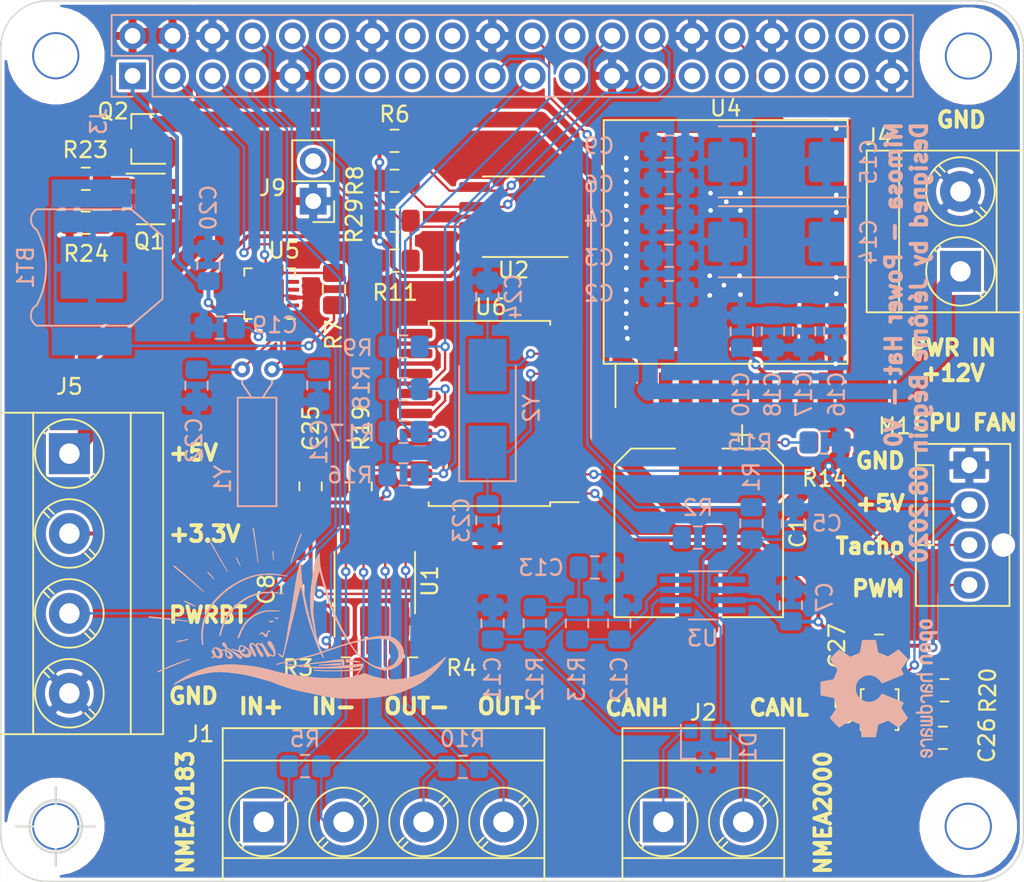
<source format=kicad_pcb>
(kicad_pcb (version 20171130) (host pcbnew "(5.1.5-0-10_14)")
  (layers (0 F.Cu signal hide) (31 B.Cu signal hide) (34 B.Paste user hide) (35 F.Paste user hide) (36 B.SilkS user hide) (37 F.SilkS user hide) (38 B.Mask user hide) (39 F.Mask user hide) (44 Edge.Cuts user))
  (net 0 "")
  (net 1 GND)
  (net 2 /ID_SD_EEPROM)
  (net 3 /ID_SC_EEPROM)
  (net 4 "Net-(Q1-Pad1)")
  (net 5 "Net-(Q2-Pad1)")
  (net 6 "Net-(J9-Pad2)")
  (net 7 +12V)
  (net 8 "Net-(C5-Pad2)")
  (net 9 +3V3)
  (net 10 "Net-(C10-Pad1)")
  (net 11 "Net-(C11-Pad1)")
  (net 12 "Net-(C12-Pad2)")
  (net 13 "Net-(C13-Pad2)")
  (net 14 +5V)
  (net 15 "Net-(J1-Pad4)")
  (net 16 "Net-(J1-Pad3)")
  (net 17 "Net-(J1-Pad2)")
  (net 18 "Net-(J1-Pad1)")
  (net 19 TX_CAN)
  (net 20 RX_CAN)
  (net 21 "Net-(R2-Pad1)")
  (net 22 TX_NMEA183)
  (net 23 "Net-(R3-Pad1)")
  (net 24 RX_NMEA183)
  (net 25 "Net-(R4-Pad1)")
  (net 26 "Net-(R14-Pad2)")
  (net 27 "Net-(R19-Pad1)")
  (net 28 /P5V)
  (net 29 "Net-(BT1-Pad1)")
  (net 30 "Net-(C19-Pad1)")
  (net 31 "Net-(C21-Pad2)")
  (net 32 "Net-(C22-Pad2)")
  (net 33 "Net-(C23-Pad1)")
  (net 34 "Net-(C24-Pad1)")
  (net 35 "/I2C-SDA-(GPIO2)")
  (net 36 "/I2C-SCL-(GPIO3)")
  (net 37 "/SPI-MOSI-(GPIO10)")
  (net 38 "/SPI-MISO-(GPIO9)")
  (net 39 "/SPI-CLK-(GPIO11)")
  (net 40 "/SPI-CS-(GPIO8)")
  (net 41 "Net-(R7-Pad2)")
  (net 42 "/FAN-RPM-(GPIO24)")
  (net 43 "/FAN-PWM-(GPIO12)")
  (net 44 "Net-(M1-Pad4)")
  (net 45 "Net-(M1-Pad3)")
  (net 46 "Net-(R20-Pad2)")
  (net 47 "/Power-Button-(GPIO4)")
  (module Symbol:OSHW-Logo2_9.8x8mm_SilkScreen (layer B.Cu) (at 134.35 104.55 270)
    (fp_text reference REF** hide)
    (fp_text value OSHW-Logo2_9.8x8mm_SilkScreen hide)
  )
  (module project_footprints:Mimosa-Logo (layer B.Cu) (at 98.1 102.2 180)
    (fp_text reference G*** hide)
    (fp_text value LOGO hide)
  )
  (module Capacitor_SMD:CP_Elec_10x12.5 (layer F.Cu) (at 122.9 94.65 270)
    (fp_text reference C1 (at 0 -6.3 270) (layer F.SilkS))
    (fp_text value 150uF)
    (pad 2 smd roundrect (at 4.2 0 270) (size 4.4 2.5) (layers F.Cu F.Paste F.Mask) (roundrect_rratio 0.1) (net 1 GND))
    (pad 1 smd roundrect (at -4.2 0 270) (size 4.4 2.5) (layers F.Cu F.Paste F.Mask) (roundrect_rratio 0.1) (net 7 +12V))
  )
  (module Package_SO:SOIC-8_3.9x4.9mm_P1.27mm (layer F.Cu) (at 111.125 74.549 180)
    (fp_text reference U2 (at 0 -3.4) (layer F.SilkS))
    (fp_text value CAT24C32)
    (pad 8 smd roundrect (at 2.475 -1.905 180) (size 1.95 0.6) (layers F.Cu F.Paste F.Mask) (net 9 +3V3))
    (pad 7 smd roundrect (at 2.475 -0.635 180) (size 1.95 0.6) (layers F.Cu F.Paste F.Mask) (net 6 "Net-(J9-Pad2)"))
    (pad 6 smd roundrect (at 2.475 0.635 180) (size 1.95 0.6) (layers F.Cu F.Paste F.Mask) (net 3 /ID_SC_EEPROM))
    (pad 5 smd roundrect (at 2.475 1.905 180) (size 1.95 0.6) (layers F.Cu F.Paste F.Mask) (net 2 /ID_SD_EEPROM))
    (pad 4 smd roundrect (at -2.475 1.905 180) (size 1.95 0.6) (layers F.Cu F.Paste F.Mask) (net 1 GND))
    (pad 3 smd roundrect (at -2.475 0.635 180) (size 1.95 0.6) (layers F.Cu F.Paste F.Mask) (net 1 GND))
    (pad 2 smd roundrect (at -2.475 -0.635 180) (size 1.95 0.6) (layers F.Cu F.Paste F.Mask) (net 1 GND))
    (pad 1 smd roundrect (at -2.475 -1.905 180) (size 1.95 0.6) (layers F.Cu F.Paste F.Mask) (net 1 GND))
  )
  (module TerminalBlock_Phoenix:TerminalBlock_Phoenix_MKDS-3-4-5.08_1x04_P5.08mm_Horizontal (layer F.Cu) (at 82.9056 89.6112 270)
    (fp_text reference J5 (at -4.2612 0.0056 180) (layer F.SilkS))
    (fp_text value Screw_Terminal_01x04)
    (pad 4 thru_hole circle (at 15.24 0 270) (size 2.6 2.6) (drill 1.3) (layers *.Cu *.Mask) (net 1 GND))
    (pad 3 thru_hole circle (at 10.16 0 270) (size 2.6 2.6) (drill 1.3) (layers *.Cu *.Mask) (net 47 "/Power-Button-(GPIO4)"))
    (pad 2 thru_hole circle (at 5.08 0 270) (size 2.6 2.6) (drill 1.3) (layers *.Cu *.Mask) (net 9 +3V3))
    (pad 1 thru_hole rect (at 0 0 270) (size 2.6 2.6) (drill 1.3) (layers *.Cu *.Mask) (net 14 +5V))
  )
  (module TerminalBlock_Phoenix:TerminalBlock_Phoenix_MKDS-3-2-5.08_1x02_P5.08mm_Horizontal (layer F.Cu) (at 139.53236 78.02372 90)
    (fp_text reference J4 (at 8.55372 -5.20236 180) (layer F.SilkS))
    (fp_text value Screw_Terminal_01x02)
    (pad 2 thru_hole circle (at 5.08 0 90) (size 2.6 2.6) (drill 1.3) (layers *.Cu *.Mask) (net 1 GND))
    (pad 1 thru_hole rect (at 0 0 90) (size 2.6 2.6) (drill 1.3) (layers *.Cu *.Mask) (net 7 +12V))
  )
  (module TerminalBlock_Phoenix:TerminalBlock_Phoenix_MKDS-3-2-5.08_1x02_P5.08mm_Horizontal (layer F.Cu) (at 120.65 113.03)
    (fp_text reference J2 (at 2.54 -6.96) (layer F.SilkS))
    (fp_text value Screw_Terminal_01x02)
    (pad 2 thru_hole circle (at 5.08 0) (size 2.6 2.6) (drill 1.3) (layers *.Cu *.Mask) (net 12 "Net-(C12-Pad2)"))
    (pad 1 thru_hole rect (at 0 0) (size 2.6 2.6) (drill 1.3) (layers *.Cu *.Mask) (net 11 "Net-(C11-Pad1)"))
  )
  (module TerminalBlock_Phoenix:TerminalBlock_Phoenix_MKDS-3-4-5.08_1x04_P5.08mm_Horizontal (layer F.Cu) (at 95.25 113.03)
    (fp_text reference J1 (at -3.9878 -5.59054) (layer F.SilkS))
    (fp_text value Screw_Terminal_01x04)
    (pad 4 thru_hole circle (at 15.24 0) (size 2.6 2.6) (drill 1.3) (layers *.Cu *.Mask) (net 15 "Net-(J1-Pad4)"))
    (pad 3 thru_hole circle (at 10.16 0) (size 2.6 2.6) (drill 1.3) (layers *.Cu *.Mask) (net 16 "Net-(J1-Pad3)"))
    (pad 2 thru_hole circle (at 5.08 0) (size 2.6 2.6) (drill 1.3) (layers *.Cu *.Mask) (net 17 "Net-(J1-Pad2)"))
    (pad 1 thru_hole rect (at 0 0) (size 2.6 2.6) (drill 1.3) (layers *.Cu *.Mask) (net 18 "Net-(J1-Pad1)"))
  )
  (module Crystal:Crystal_C26-LF_D2.1mm_L6.5mm_Horizontal (layer B.Cu) (at 95.7834 84.2518 180)
    (fp_text reference Y1 (at 3.12928 -6.985 270) (layer B.SilkS) (effects (justify mirror)))
    (fp_text value "32.768 kHz")
    (pad 2 thru_hole circle (at 1.9 0 180) (size 1 1) (drill 0.5) (layers *.Cu *.Mask) (net 32 "Net-(C22-Pad2)"))
    (pad 1 thru_hole circle (at 0 0 180) (size 1 1) (drill 0.5) (layers *.Cu *.Mask) (net 31 "Net-(C21-Pad2)"))
  )
  (module Package_SO:VSSOP-8_2.4x2.1mm_P0.5mm (layer F.Cu) (at 134.39902 105.89006 90)
    (fp_text reference U7 (at -0.04064 -2.25044 90) (layer F.SilkS))
    (fp_text value TXB0102DCU)
    (pad 8 smd rect (at 1.55 -0.75 90) (size 0.75 0.25) (layers F.Cu F.Paste F.Mask) (net 45 "Net-(M1-Pad3)"))
    (pad 7 smd rect (at 1.55 -0.25 90) (size 0.75 0.25) (layers F.Cu F.Paste F.Mask) (net 14 +5V))
    (pad 6 smd rect (at 1.55 0.25 90) (size 0.75 0.25) (layers F.Cu F.Paste F.Mask) (net 46 "Net-(R20-Pad2)"))
    (pad 5 smd rect (at 1.55 0.75 90) (size 0.75 0.25) (layers F.Cu F.Paste F.Mask) (net 42 "/FAN-RPM-(GPIO24)"))
    (pad 4 smd rect (at -1.55 0.75 90) (size 0.75 0.25) (layers F.Cu F.Paste F.Mask) (net 43 "/FAN-PWM-(GPIO12)"))
    (pad 3 smd rect (at -1.55 0.25 90) (size 0.75 0.25) (layers F.Cu F.Paste F.Mask) (net 9 +3V3))
    (pad 2 smd rect (at -1.55 -0.25 90) (size 0.75 0.25) (layers F.Cu F.Paste F.Mask) (net 1 GND))
    (pad 1 smd rect (at -1.55 -0.75 90) (size 0.75 0.25) (layers F.Cu F.Paste F.Mask) (net 44 "Net-(M1-Pad4)"))
  )
  (module Resistor_SMD:R_0805_2012Metric_Pad1.15x1.40mm_HandSolder (layer F.Cu) (at 138.5189 104.6607 180)
    (fp_text reference R20 (at -2.7559 -0.01016 90) (layer F.SilkS))
    (fp_text value 1k)
    (pad 2 smd roundrect (at 1.025 0 180) (size 1.15 1.4) (layers F.Cu F.Paste F.Mask) (roundrect_rratio 0.217391) (net 46 "Net-(R20-Pad2)"))
    (pad 1 smd roundrect (at -1.025 0 180) (size 1.15 1.4) (layers F.Cu F.Paste F.Mask) (roundrect_rratio 0.217391) (net 1 GND))
  )
  (module Capacitor_SMD:C_0805_2012Metric_Pad1.15x1.40mm_HandSolder (layer F.Cu) (at 134.35584 101.82606 180)
    (fp_text reference C27 (at 2.66954 -0.0127 90) (layer F.SilkS))
    (fp_text value 100nF)
    (pad 2 smd roundrect (at 1.025 0 180) (size 1.15 1.4) (layers F.Cu F.Paste F.Mask) (roundrect_rratio 0.217391) (net 1 GND))
    (pad 1 smd roundrect (at -1.025 0 180) (size 1.15 1.4) (layers F.Cu F.Paste F.Mask) (roundrect_rratio 0.217391) (net 14 +5V))
  )
  (module Capacitor_SMD:C_0805_2012Metric_Pad1.15x1.40mm_HandSolder (layer F.Cu) (at 138.41222 107.68076 180)
    (fp_text reference C26 (at -2.79908 -0.16002 90) (layer F.SilkS))
    (fp_text value 100nF)
    (pad 2 smd roundrect (at 1.025 0 180) (size 1.15 1.4) (layers F.Cu F.Paste F.Mask) (roundrect_rratio 0.217391) (net 9 +3V3))
    (pad 1 smd roundrect (at -1.025 0 180) (size 1.15 1.4) (layers F.Cu F.Paste F.Mask) (roundrect_rratio 0.217391) (net 1 GND))
  )
  (module Resistor_SMD:R_0805_2012Metric_Pad1.15x1.40mm_HandSolder (layer F.Cu) (at 103.5685 77.343 180)
    (fp_text reference R11 (at -0.04318 -2.02946) (layer F.SilkS))
    (fp_text value DNP)
    (pad 2 smd roundrect (at 1.025 0 180) (size 1.15 1.4) (layers F.Cu F.Paste F.Mask) (roundrect_rratio 0.217391) (net 1 GND))
    (pad 1 smd roundrect (at -1.025 0 180) (size 1.15 1.4) (layers F.Cu F.Paste F.Mask) (roundrect_rratio 0.217391) (net 6 "Net-(J9-Pad2)"))
  )
  (module Package_SO:SOIC-8_3.9x4.9mm_P1.27mm (layer F.Cu) (at 102.31374 97.81032 90)
    (fp_text reference U1 (at 0.09144 3.50266 90) (layer F.SilkS))
    (fp_text value ADM3490ExR)
    (pad 8 smd roundrect (at 2.475 -1.905 90) (size 1.95 0.6) (layers F.Cu F.Paste F.Mask) (net 18 "Net-(J1-Pad1)"))
    (pad 7 smd roundrect (at 2.475 -0.635 90) (size 1.95 0.6) (layers F.Cu F.Paste F.Mask) (net 17 "Net-(J1-Pad2)"))
    (pad 6 smd roundrect (at 2.475 0.635 90) (size 1.95 0.6) (layers F.Cu F.Paste F.Mask) (net 16 "Net-(J1-Pad3)"))
    (pad 5 smd roundrect (at 2.475 1.905 90) (size 1.95 0.6) (layers F.Cu F.Paste F.Mask) (net 15 "Net-(J1-Pad4)"))
    (pad 4 smd roundrect (at -2.475 1.905 90) (size 1.95 0.6) (layers F.Cu F.Paste F.Mask) (net 1 GND))
    (pad 3 smd roundrect (at -2.475 0.635 90) (size 1.95 0.6) (layers F.Cu F.Paste F.Mask) (net 25 "Net-(R4-Pad1)"))
    (pad 2 smd roundrect (at -2.475 -0.635 90) (size 1.95 0.6) (layers F.Cu F.Paste F.Mask) (net 23 "Net-(R3-Pad1)"))
    (pad 1 smd roundrect (at -2.475 -1.905 90) (size 1.95 0.6) (layers F.Cu F.Paste F.Mask) (net 9 +3V3))
  )
  (module Package_TO_SOT_SMD:SOT-23 (layer B.Cu) (at 123.35 108.25 270)
    (fp_text reference D1 (at 0 -2.7 270) (layer B.SilkS) (effects (justify mirror)))
    (fp_text value D_TVS_x2_AAC)
    (pad 3 smd rect (at 1 0 270) (size 0.9 0.8) (layers B.Cu B.Paste B.Mask) (net 1 GND))
    (pad 2 smd rect (at -1 -0.95 270) (size 0.9 0.8) (layers B.Cu B.Paste B.Mask) (net 12 "Net-(C12-Pad2)"))
    (pad 1 smd rect (at -1 0.95 270) (size 0.9 0.8) (layers B.Cu B.Paste B.Mask) (net 11 "Net-(C11-Pad1)"))
  )
  (module Resistor_SMD:R_0805_2012Metric_Pad1.15x1.40mm_HandSolder (layer F.Cu) (at 103.5685 74.803)
    (fp_text reference R29 (at -2.55778 0.00254 90) (layer F.SilkS))
    (fp_text value 10K)
    (pad 2 smd roundrect (at 1.025 0) (size 1.15 1.4) (layers F.Cu F.Paste F.Mask) (roundrect_rratio 0.217391) (net 6 "Net-(J9-Pad2)"))
    (pad 1 smd roundrect (at -1.025 0) (size 1.15 1.4) (layers F.Cu F.Paste F.Mask) (roundrect_rratio 0.217391) (net 9 +3V3))
  )
  (module Resistor_SMD:R_0805_2012Metric_Pad1.15x1.40mm_HandSolder (layer F.Cu) (at 83.947 74.93 180)
    (fp_text reference R24 (at -0.03048 -1.96342) (layer F.SilkS))
    (fp_text value 47K)
    (pad 2 smd roundrect (at 1.025 0 180) (size 1.15 1.4) (layers F.Cu F.Paste F.Mask) (roundrect_rratio 0.217391) (net 1 GND))
    (pad 1 smd roundrect (at -1.025 0 180) (size 1.15 1.4) (layers F.Cu F.Paste F.Mask) (roundrect_rratio 0.217391) (net 4 "Net-(Q1-Pad1)"))
  )
  (module Resistor_SMD:R_0805_2012Metric_Pad1.15x1.40mm_HandSolder (layer F.Cu) (at 83.947 72.136 180)
    (fp_text reference R23 (at 0.0254 1.83896) (layer F.SilkS))
    (fp_text value 10K)
    (pad 2 smd roundrect (at 1.025 0 180) (size 1.15 1.4) (layers F.Cu F.Paste F.Mask) (roundrect_rratio 0.217391) (net 1 GND))
    (pad 1 smd roundrect (at -1.025 0 180) (size 1.15 1.4) (layers F.Cu F.Paste F.Mask) (roundrect_rratio 0.217391) (net 5 "Net-(Q2-Pad1)"))
  )
  (module Resistor_SMD:R_0805_2012Metric_Pad1.15x1.40mm_HandSolder (layer F.Cu) (at 101.4095 91.694 270)
    (fp_text reference R19 (at -3.694 -0.0405 270) (layer F.SilkS))
    (fp_text value 10k)
    (pad 2 smd roundrect (at 1.025 0 270) (size 1.15 1.4) (layers F.Cu F.Paste F.Mask) (roundrect_rratio 0.217391) (net 9 +3V3))
    (pad 1 smd roundrect (at -1.025 0 270) (size 1.15 1.4) (layers F.Cu F.Paste F.Mask) (roundrect_rratio 0.217391) (net 27 "Net-(R19-Pad1)"))
  )
  (module Resistor_SMD:R_0805_2012Metric_Pad1.15x1.40mm_HandSolder (layer B.Cu) (at 104.14 85.513333 180)
    (fp_text reference R18 (at 2.66954 0.105833 90) (layer B.SilkS) (effects (justify mirror)))
    (fp_text value 10k)
    (pad 2 smd roundrect (at 1.025 0 180) (size 1.15 1.4) (layers B.Cu B.Paste B.Mask) (roundrect_rratio 0.217391) (net 9 +3V3))
    (pad 1 smd roundrect (at -1.025 0 180) (size 1.15 1.4) (layers B.Cu B.Paste B.Mask) (roundrect_rratio 0.217391) (net 37 "/SPI-MOSI-(GPIO10)"))
  )
  (module Resistor_SMD:R_0805_2012Metric_Pad1.15x1.40mm_HandSolder (layer B.Cu) (at 104.14 88.222666 180)
    (fp_text reference R17 (at 3.2512 -0.098214) (layer B.SilkS) (effects (justify mirror)))
    (fp_text value 10k)
    (pad 2 smd roundrect (at 1.025 0 180) (size 1.15 1.4) (layers B.Cu B.Paste B.Mask) (roundrect_rratio 0.217391) (net 9 +3V3))
    (pad 1 smd roundrect (at -1.025 0 180) (size 1.15 1.4) (layers B.Cu B.Paste B.Mask) (roundrect_rratio 0.217391) (net 38 "/SPI-MISO-(GPIO9)"))
  )
  (module Resistor_SMD:R_0805_2012Metric_Pad1.15x1.40mm_HandSolder (layer B.Cu) (at 104.14 90.932 180)
    (fp_text reference R16 (at 3.39852 -0.04826) (layer B.SilkS) (effects (justify mirror)))
    (fp_text value 10k)
    (pad 2 smd roundrect (at 1.025 0 180) (size 1.15 1.4) (layers B.Cu B.Paste B.Mask) (roundrect_rratio 0.217391) (net 9 +3V3))
    (pad 1 smd roundrect (at -1.025 0 180) (size 1.15 1.4) (layers B.Cu B.Paste B.Mask) (roundrect_rratio 0.217391) (net 40 "/SPI-CS-(GPIO8)"))
  )
  (module Resistor_SMD:R_0805_2012Metric_Pad1.15x1.40mm_HandSolder (layer B.Cu) (at 130.9 88.9)
    (fp_text reference R15 (at -4.75 0) (layer B.SilkS) (effects (justify mirror)))
    (fp_text value 1.5k)
    (pad 2 smd roundrect (at 1.025 0) (size 1.15 1.4) (layers B.Cu B.Paste B.Mask) (roundrect_rratio 0.217391) (net 1 GND))
    (pad 1 smd roundrect (at -1.025 0) (size 1.15 1.4) (layers B.Cu B.Paste B.Mask) (roundrect_rratio 0.217391) (net 26 "Net-(R14-Pad2)"))
  )
  (module Resistor_SMD:R_0805_2012Metric_Pad1.15x1.40mm_HandSolder (layer F.Cu) (at 130.95 88.9 180)
    (fp_text reference R14 (at 0.04 -2.3) (layer F.SilkS))
    (fp_text value 8k)
    (pad 2 smd roundrect (at 1.025 0 180) (size 1.15 1.4) (layers F.Cu F.Paste F.Mask) (roundrect_rratio 0.217391) (net 26 "Net-(R14-Pad2)"))
    (pad 1 smd roundrect (at -1.025 0 180) (size 1.15 1.4) (layers F.Cu F.Paste F.Mask) (roundrect_rratio 0.217391) (net 14 +5V))
  )
  (module Resistor_SMD:R_0805_2012Metric_Pad1.15x1.40mm_HandSolder (layer B.Cu) (at 115.166666 100.4 270)
    (fp_text reference R13 (at 3.55 0.016666 90) (layer B.SilkS) (effects (justify mirror)))
    (fp_text value 60R)
    (pad 2 smd roundrect (at 1.025 0 270) (size 1.15 1.4) (layers B.Cu B.Paste B.Mask) (roundrect_rratio 0.217391) (net 12 "Net-(C12-Pad2)"))
    (pad 1 smd roundrect (at -1.025 0 270) (size 1.15 1.4) (layers B.Cu B.Paste B.Mask) (roundrect_rratio 0.217391) (net 13 "Net-(C13-Pad2)"))
  )
  (module Resistor_SMD:R_0805_2012Metric_Pad1.15x1.40mm_HandSolder (layer B.Cu) (at 112.483333 100.4 270)
    (fp_text reference R12 (at 3.55 -0.016667 270) (layer B.SilkS) (effects (justify mirror)))
    (fp_text value 60R)
    (pad 2 smd roundrect (at 1.025 0 270) (size 1.15 1.4) (layers B.Cu B.Paste B.Mask) (roundrect_rratio 0.217391) (net 11 "Net-(C11-Pad1)"))
    (pad 1 smd roundrect (at -1.025 0 270) (size 1.15 1.4) (layers B.Cu B.Paste B.Mask) (roundrect_rratio 0.217391) (net 13 "Net-(C13-Pad2)"))
  )
  (module Resistor_SMD:R_0805_2012Metric_Pad1.15x1.40mm_HandSolder (layer B.Cu) (at 107.9103 109.52988)
    (fp_text reference R10 (at -0.0103 -1.77988) (layer B.SilkS) (effects (justify mirror)))
    (fp_text value R_Small)
    (pad 2 smd roundrect (at 1.025 0) (size 1.15 1.4) (layers B.Cu B.Paste B.Mask) (roundrect_rratio 0.217391) (net 15 "Net-(J1-Pad4)"))
    (pad 1 smd roundrect (at -1.025 0) (size 1.15 1.4) (layers B.Cu B.Paste B.Mask) (roundrect_rratio 0.217391) (net 16 "Net-(J1-Pad3)"))
  )
  (module Resistor_SMD:R_0805_2012Metric_Pad1.15x1.40mm_HandSolder (layer B.Cu) (at 104.14 82.804 180)
    (fp_text reference R9 (at 2.92354 -0.0889) (layer B.SilkS) (effects (justify mirror)))
    (fp_text value NC)
    (pad 2 smd roundrect (at 1.025 0 180) (size 1.15 1.4) (layers B.Cu B.Paste B.Mask) (roundrect_rratio 0.217391) (net 9 +3V3))
    (pad 1 smd roundrect (at -1.025 0 180) (size 1.15 1.4) (layers B.Cu B.Paste B.Mask) (roundrect_rratio 0.217391) (net 39 "/SPI-CLK-(GPIO11)"))
  )
  (module Resistor_SMD:R_0805_2012Metric_Pad1.15x1.40mm_HandSolder (layer F.Cu) (at 103.5685 72.263)
    (fp_text reference R8 (at -2.51206 -0.00254 90) (layer F.SilkS))
    (fp_text value 3.9K)
    (pad 2 smd roundrect (at 1.025 0) (size 1.15 1.4) (layers F.Cu F.Paste F.Mask) (roundrect_rratio 0.217391) (net 3 /ID_SC_EEPROM))
    (pad 1 smd roundrect (at -1.025 0) (size 1.15 1.4) (layers F.Cu F.Paste F.Mask) (roundrect_rratio 0.217391) (net 9 +3V3))
  )
  (module Resistor_SMD:R_0805_2012Metric_Pad1.15x1.40mm_HandSolder (layer F.Cu) (at 99.7204 79.1464 90)
    (fp_text reference R7 (at -2.90068 -0.01778 90) (layer F.SilkS))
    (fp_text value TBD)
    (pad 2 smd roundrect (at 1.025 0 90) (size 1.15 1.4) (layers F.Cu F.Paste F.Mask) (roundrect_rratio 0.217391) (net 41 "Net-(R7-Pad2)"))
    (pad 1 smd roundrect (at -1.025 0 90) (size 1.15 1.4) (layers F.Cu F.Paste F.Mask) (roundrect_rratio 0.217391) (net 29 "Net-(BT1-Pad1)"))
  )
  (module Resistor_SMD:R_0805_2012Metric_Pad1.15x1.40mm_HandSolder (layer F.Cu) (at 103.5685 69.723)
    (fp_text reference R6 (at 0.00508 -1.6891) (layer F.SilkS))
    (fp_text value 3.9K)
    (pad 2 smd roundrect (at 1.025 0) (size 1.15 1.4) (layers F.Cu F.Paste F.Mask) (roundrect_rratio 0.217391) (net 2 /ID_SD_EEPROM))
    (pad 1 smd roundrect (at -1.025 0) (size 1.15 1.4) (layers F.Cu F.Paste F.Mask) (roundrect_rratio 0.217391) (net 9 +3V3))
  )
  (module Resistor_SMD:R_0805_2012Metric_Pad1.15x1.40mm_HandSolder (layer B.Cu) (at 97.88238 109.47908)
    (fp_text reference R5 (at 0 -1.72908) (layer B.SilkS) (effects (justify mirror)))
    (fp_text value R_Small)
    (pad 2 smd roundrect (at 1.025 0) (size 1.15 1.4) (layers B.Cu B.Paste B.Mask) (roundrect_rratio 0.217391) (net 17 "Net-(J1-Pad2)"))
    (pad 1 smd roundrect (at -1.025 0) (size 1.15 1.4) (layers B.Cu B.Paste B.Mask) (roundrect_rratio 0.217391) (net 18 "Net-(J1-Pad1)"))
  )
  (module Resistor_SMD:R_0805_2012Metric_Pad1.15x1.40mm_HandSolder (layer F.Cu) (at 104.76622 103.2764)
    (fp_text reference R4 (at 3.06324 -0.04064) (layer F.SilkS))
    (fp_text value R)
    (pad 2 smd roundrect (at 1.025 0) (size 1.15 1.4) (layers F.Cu F.Paste F.Mask) (roundrect_rratio 0.217391) (net 24 RX_NMEA183))
    (pad 1 smd roundrect (at -1.025 0) (size 1.15 1.4) (layers F.Cu F.Paste F.Mask) (roundrect_rratio 0.217391) (net 25 "Net-(R4-Pad1)"))
  )
  (module Resistor_SMD:R_0805_2012Metric_Pad1.15x1.40mm_HandSolder (layer F.Cu) (at 100.47224 103.2764 180)
    (fp_text reference R3 (at 3.0353 0.04064) (layer F.SilkS))
    (fp_text value R)
    (pad 2 smd roundrect (at 1.025 0 180) (size 1.15 1.4) (layers F.Cu F.Paste F.Mask) (roundrect_rratio 0.217391) (net 22 TX_NMEA183))
    (pad 1 smd roundrect (at -1.025 0 180) (size 1.15 1.4) (layers F.Cu F.Paste F.Mask) (roundrect_rratio 0.217391) (net 23 "Net-(R3-Pad1)"))
  )
  (module Resistor_SMD:R_0805_2012Metric_Pad1.15x1.40mm_HandSolder (layer B.Cu) (at 122.85 94.95 180)
    (fp_text reference R2 (at 0.00254 1.9 180) (layer B.SilkS) (effects (justify mirror)))
    (fp_text value R)
    (pad 2 smd roundrect (at 1.025 0 180) (size 1.15 1.4) (layers B.Cu B.Paste B.Mask) (roundrect_rratio 0.217391) (net 20 RX_CAN))
    (pad 1 smd roundrect (at -1.025 0 180) (size 1.15 1.4) (layers B.Cu B.Paste B.Mask) (roundrect_rratio 0.217391) (net 21 "Net-(R2-Pad1)"))
  )
  (module Resistor_SMD:R_0805_2012Metric_Pad1.15x1.40mm_HandSolder (layer B.Cu) (at 126.25 94.05 90)
    (fp_text reference R1 (at 2.95 0 270) (layer B.SilkS) (effects (justify mirror)))
    (fp_text value R)
    (pad 2 smd roundrect (at 1.025 0 90) (size 1.15 1.4) (layers B.Cu B.Paste B.Mask) (roundrect_rratio 0.217391) (net 19 TX_CAN))
    (pad 1 smd roundrect (at -1.025 0 90) (size 1.15 1.4) (layers B.Cu B.Paste B.Mask) (roundrect_rratio 0.217391) (net 8 "Net-(C5-Pad2)"))
  )
  (module Capacitor_SMD:C_0805_2012Metric_Pad1.15x1.40mm_HandSolder (layer F.Cu) (at 98.2345 91.694 270)
    (fp_text reference C25 (at -3.694 -0.0155 90) (layer F.SilkS))
    (fp_text value 100nF)
    (pad 2 smd roundrect (at 1.025 0 270) (size 1.15 1.4) (layers F.Cu F.Paste F.Mask) (roundrect_rratio 0.217391) (net 9 +3V3))
    (pad 1 smd roundrect (at -1.025 0 270) (size 1.15 1.4) (layers F.Cu F.Paste F.Mask) (roundrect_rratio 0.217391) (net 1 GND))
  )
  (module Capacitor_SMD:C_0805_2012Metric_Pad1.15x1.40mm_HandSolder (layer B.Cu) (at 109.474 79.629 90)
    (fp_text reference C24 (at 0 1.65 90) (layer B.SilkS) (effects (justify mirror)))
    (fp_text value 30pF)
    (pad 2 smd roundrect (at 1.025 0 90) (size 1.15 1.4) (layers B.Cu B.Paste B.Mask) (roundrect_rratio 0.217391) (net 1 GND))
    (pad 1 smd roundrect (at -1.025 0 90) (size 1.15 1.4) (layers B.Cu B.Paste B.Mask) (roundrect_rratio 0.217391) (net 34 "Net-(C24-Pad1)"))
  )
  (module Capacitor_SMD:C_0805_2012Metric_Pad1.15x1.40mm_HandSolder (layer B.Cu) (at 109.474 93.853 270)
    (fp_text reference C23 (at 0 1.65 90) (layer B.SilkS) (effects (justify mirror)))
    (fp_text value 30pF)
    (pad 2 smd roundrect (at 1.025 0 270) (size 1.15 1.4) (layers B.Cu B.Paste B.Mask) (roundrect_rratio 0.217391) (net 1 GND))
    (pad 1 smd roundrect (at -1.025 0 270) (size 1.15 1.4) (layers B.Cu B.Paste B.Mask) (roundrect_rratio 0.217391) (net 33 "Net-(C23-Pad1)"))
  )
  (module Capacitor_SMD:C_0805_2012Metric_Pad1.15x1.40mm_HandSolder (layer B.Cu) (at 90.9828 85.2932 90)
    (fp_text reference C22 (at -3.46456 -0.14986 90) (layer B.SilkS) (effects (justify mirror)))
    (fp_text value nc)
    (pad 2 smd roundrect (at 1.025 0 90) (size 1.15 1.4) (layers B.Cu B.Paste B.Mask) (roundrect_rratio 0.217391) (net 32 "Net-(C22-Pad2)"))
    (pad 1 smd roundrect (at -1.025 0 90) (size 1.15 1.4) (layers B.Cu B.Paste B.Mask) (roundrect_rratio 0.217391) (net 1 GND))
  )
  (module Capacitor_SMD:C_0805_2012Metric_Pad1.15x1.40mm_HandSolder (layer B.Cu) (at 98.7298 85.2768 90)
    (fp_text reference C21 (at -3.59018 0.04572 90) (layer B.SilkS) (effects (justify mirror)))
    (fp_text value nc)
    (pad 2 smd roundrect (at 1.025 0 90) (size 1.15 1.4) (layers B.Cu B.Paste B.Mask) (roundrect_rratio 0.217391) (net 31 "Net-(C21-Pad2)"))
    (pad 1 smd roundrect (at -1.025 0 90) (size 1.15 1.4) (layers B.Cu B.Paste B.Mask) (roundrect_rratio 0.217391) (net 1 GND))
  )
  (module Capacitor_SMD:C_0805_2012Metric_Pad1.15x1.40mm_HandSolder (layer B.Cu) (at 91.7448 77.6224 270)
    (fp_text reference C20 (at -3.65506 0 90) (layer B.SilkS) (effects (justify mirror)))
    (fp_text value 100nF)
    (pad 2 smd roundrect (at 1.025 0 270) (size 1.15 1.4) (layers B.Cu B.Paste B.Mask) (roundrect_rratio 0.217391) (net 9 +3V3))
    (pad 1 smd roundrect (at -1.025 0 270) (size 1.15 1.4) (layers B.Cu B.Paste B.Mask) (roundrect_rratio 0.217391) (net 1 GND))
  )
  (module Capacitor_SMD:C_0805_2012Metric_Pad1.15x1.40mm_HandSolder (layer B.Cu) (at 92.456 81.5975 180)
    (fp_text reference C19 (at -3.51536 0.16256) (layer B.SilkS) (effects (justify mirror)))
    (fp_text value 47pF)
    (pad 2 smd roundrect (at 1.025 0 180) (size 1.15 1.4) (layers B.Cu B.Paste B.Mask) (roundrect_rratio 0.217391) (net 1 GND))
    (pad 1 smd roundrect (at -1.025 0 180) (size 1.15 1.4) (layers B.Cu B.Paste B.Mask) (roundrect_rratio 0.217391) (net 30 "Net-(C19-Pad1)"))
  )
  (module Capacitor_SMD:C_0805_2012Metric_Pad1.15x1.40mm_HandSolder (layer B.Cu) (at 127.61722 81.84258 90)
    (fp_text reference C18 (at -4.00396 -0.01524 90) (layer B.SilkS) (effects (justify mirror)))
    (fp_text value 47nF)
    (pad 2 smd roundrect (at 1.025 0 90) (size 1.15 1.4) (layers B.Cu B.Paste B.Mask) (roundrect_rratio 0.217391) (net 1 GND))
    (pad 1 smd roundrect (at -1.025 0 90) (size 1.15 1.4) (layers B.Cu B.Paste B.Mask) (roundrect_rratio 0.217391) (net 14 +5V))
  )
  (module Capacitor_SMD:C_0805_2012Metric_Pad1.15x1.40mm_HandSolder (layer B.Cu) (at 129.59842 81.84258 90)
    (fp_text reference C17 (at -4.00396 -0.01778 90) (layer B.SilkS) (effects (justify mirror)))
    (fp_text value 47nF)
    (pad 2 smd roundrect (at 1.025 0 90) (size 1.15 1.4) (layers B.Cu B.Paste B.Mask) (roundrect_rratio 0.217391) (net 1 GND))
    (pad 1 smd roundrect (at -1.025 0 90) (size 1.15 1.4) (layers B.Cu B.Paste B.Mask) (roundrect_rratio 0.217391) (net 14 +5V))
  )
  (module Capacitor_SMD:C_0805_2012Metric_Pad1.15x1.40mm_HandSolder (layer B.Cu) (at 131.57962 81.84258 90)
    (fp_text reference C16 (at -4.00396 0.08128 90) (layer B.SilkS) (effects (justify mirror)))
    (fp_text value 47uF)
    (pad 2 smd roundrect (at 1.025 0 90) (size 1.15 1.4) (layers B.Cu B.Paste B.Mask) (roundrect_rratio 0.217391) (net 1 GND))
    (pad 1 smd roundrect (at -1.025 0 90) (size 1.15 1.4) (layers B.Cu B.Paste B.Mask) (roundrect_rratio 0.217391) (net 14 +5V))
  )
  (module Capacitor_SMD:C_0805_2012Metric_Pad1.15x1.40mm_HandSolder (layer B.Cu) (at 116.3 96.85 180)
    (fp_text reference C13 (at 3.41376 -0.0127 180) (layer B.SilkS) (effects (justify mirror)))
    (fp_text value C)
    (pad 2 smd roundrect (at 1.025 0 180) (size 1.15 1.4) (layers B.Cu B.Paste B.Mask) (roundrect_rratio 0.217391) (net 13 "Net-(C13-Pad2)"))
    (pad 1 smd roundrect (at -1.025 0 180) (size 1.15 1.4) (layers B.Cu B.Paste B.Mask) (roundrect_rratio 0.217391) (net 1 GND))
  )
  (module Capacitor_SMD:C_0805_2012Metric_Pad1.15x1.40mm_HandSolder (layer B.Cu) (at 117.85 100.4 270)
    (fp_text reference C12 (at 3.55 0 90) (layer B.SilkS) (effects (justify mirror)))
    (fp_text value C)
    (pad 2 smd roundrect (at 1.025 0 270) (size 1.15 1.4) (layers B.Cu B.Paste B.Mask) (roundrect_rratio 0.217391) (net 12 "Net-(C12-Pad2)"))
    (pad 1 smd roundrect (at -1.025 0 270) (size 1.15 1.4) (layers B.Cu B.Paste B.Mask) (roundrect_rratio 0.217391) (net 1 GND))
  )
  (module Capacitor_SMD:C_0805_2012Metric_Pad1.15x1.40mm_HandSolder (layer B.Cu) (at 109.8 100.4 90)
    (fp_text reference C11 (at -3.55 0 270) (layer B.SilkS) (effects (justify mirror)))
    (fp_text value C)
    (pad 2 smd roundrect (at 1.025 0 90) (size 1.15 1.4) (layers B.Cu B.Paste B.Mask) (roundrect_rratio 0.217391) (net 1 GND))
    (pad 1 smd roundrect (at -1.025 0 90) (size 1.15 1.4) (layers B.Cu B.Paste B.Mask) (roundrect_rratio 0.217391) (net 11 "Net-(C11-Pad1)"))
  )
  (module Capacitor_SMD:C_0805_2012Metric_Pad1.15x1.40mm_HandSolder (layer B.Cu) (at 125.63602 81.84258 90)
    (fp_text reference C10 (at -4.00396 -0.04826 90) (layer B.SilkS) (effects (justify mirror)))
    (fp_text value 470nF)
    (pad 2 smd roundrect (at 1.025 0 90) (size 1.15 1.4) (layers B.Cu B.Paste B.Mask) (roundrect_rratio 0.217391) (net 1 GND))
    (pad 1 smd roundrect (at -1.025 0 90) (size 1.15 1.4) (layers B.Cu B.Paste B.Mask) (roundrect_rratio 0.217391) (net 10 "Net-(C10-Pad1)"))
  )
  (module Capacitor_SMD:C_0805_2012Metric_Pad1.15x1.40mm_HandSolder (layer B.Cu) (at 121.01736 70.08622)
    (fp_text reference C9 (at -4.45422 -0.0381) (layer B.SilkS) (effects (justify mirror)))
    (fp_text value 47nF)
    (pad 2 smd roundrect (at 1.025 0) (size 1.15 1.4) (layers B.Cu B.Paste B.Mask) (roundrect_rratio 0.217391) (net 1 GND))
    (pad 1 smd roundrect (at -1.025 0) (size 1.15 1.4) (layers B.Cu B.Paste B.Mask) (roundrect_rratio 0.217391) (net 7 +12V))
  )
  (module Capacitor_SMD:C_0805_2012Metric_Pad1.15x1.40mm_HandSolder (layer F.Cu) (at 97.07626 98.24466 90)
    (fp_text reference C8 (at 0 -1.65 90) (layer F.SilkS))
    (fp_text value 100nF)
    (pad 2 smd roundrect (at 1.025 0 90) (size 1.15 1.4) (layers F.Cu F.Paste F.Mask) (roundrect_rratio 0.217391) (net 1 GND))
    (pad 1 smd roundrect (at -1.025 0 90) (size 1.15 1.4) (layers F.Cu F.Paste F.Mask) (roundrect_rratio 0.217391) (net 9 +3V3))
  )
  (module Capacitor_SMD:C_0805_2012Metric_Pad1.15x1.40mm_HandSolder (layer B.Cu) (at 128.75 99.25 270)
    (fp_text reference C7 (at -0.5 -2.15 270) (layer B.SilkS) (effects (justify mirror)))
    (fp_text value 100nF)
    (pad 2 smd roundrect (at 1.025 0 270) (size 1.15 1.4) (layers B.Cu B.Paste B.Mask) (roundrect_rratio 0.217391) (net 9 +3V3))
    (pad 1 smd roundrect (at -1.025 0 270) (size 1.15 1.4) (layers B.Cu B.Paste B.Mask) (roundrect_rratio 0.217391) (net 1 GND))
  )
  (module Capacitor_SMD:C_0805_2012Metric_Pad1.15x1.40mm_HandSolder (layer B.Cu) (at 121.01736 72.40016)
    (fp_text reference C6 (at -4.45422 0.07874) (layer B.SilkS) (effects (justify mirror)))
    (fp_text value 47nF)
    (pad 2 smd roundrect (at 1.025 0) (size 1.15 1.4) (layers B.Cu B.Paste B.Mask) (roundrect_rratio 0.217391) (net 1 GND))
    (pad 1 smd roundrect (at -1.025 0) (size 1.15 1.4) (layers B.Cu B.Paste B.Mask) (roundrect_rratio 0.217391) (net 7 +12V))
  )
  (module Capacitor_SMD:C_0805_2012Metric_Pad1.15x1.40mm_HandSolder (layer B.Cu) (at 128.9 94.05 270)
    (fp_text reference C5 (at 0 -2.15 180) (layer B.SilkS) (effects (justify mirror)))
    (fp_text value C)
    (pad 2 smd roundrect (at 1.025 0 270) (size 1.15 1.4) (layers B.Cu B.Paste B.Mask) (roundrect_rratio 0.217391) (net 8 "Net-(C5-Pad2)"))
    (pad 1 smd roundrect (at -1.025 0 270) (size 1.15 1.4) (layers B.Cu B.Paste B.Mask) (roundrect_rratio 0.217391) (net 1 GND))
  )
  (module Capacitor_SMD:C_0805_2012Metric_Pad1.15x1.40mm_HandSolder (layer B.Cu) (at 121.01736 74.7141)
    (fp_text reference C4 (at -4.45422 -0.03556) (layer B.SilkS) (effects (justify mirror)))
    (fp_text value 10uF)
    (pad 2 smd roundrect (at 1.025 0) (size 1.15 1.4) (layers B.Cu B.Paste B.Mask) (roundrect_rratio 0.217391) (net 1 GND))
    (pad 1 smd roundrect (at -1.025 0) (size 1.15 1.4) (layers B.Cu B.Paste B.Mask) (roundrect_rratio 0.217391) (net 7 +12V))
  )
  (module Capacitor_SMD:C_0805_2012Metric_Pad1.15x1.40mm_HandSolder (layer B.Cu) (at 121.01736 77.02804)
    (fp_text reference C3 (at -4.45422 0.12954) (layer B.SilkS) (effects (justify mirror)))
    (fp_text value 10uF)
    (pad 2 smd roundrect (at 1.025 0) (size 1.15 1.4) (layers B.Cu B.Paste B.Mask) (roundrect_rratio 0.217391) (net 1 GND))
    (pad 1 smd roundrect (at -1.025 0) (size 1.15 1.4) (layers B.Cu B.Paste B.Mask) (roundrect_rratio 0.217391) (net 7 +12V))
  )
  (module Capacitor_SMD:C_0805_2012Metric_Pad1.15x1.40mm_HandSolder (layer B.Cu) (at 121.01736 79.34198)
    (fp_text reference C2 (at -4.45422 0.09144) (layer B.SilkS) (effects (justify mirror)))
    (fp_text value 10uF)
    (pad 2 smd roundrect (at 1.025 0) (size 1.15 1.4) (layers B.Cu B.Paste B.Mask) (roundrect_rratio 0.217391) (net 1 GND))
    (pad 1 smd roundrect (at -1.025 0) (size 1.15 1.4) (layers B.Cu B.Paste B.Mask) (roundrect_rratio 0.217391) (net 7 +12V))
  )
  (module Crystal:Crystal_SMD_Abracon_ABM3-2Pin_5.0x3.2mm_HandSoldering (layer B.Cu) (at 109.474 86.741 90)
    (fp_text reference Y2 (at 0 2.8 270) (layer B.SilkS) (effects (justify mirror)))
    (fp_text value 8MHz)
    (pad 2 smd rect (at 2.7625 0 90) (size 3.325 2.4) (layers B.Cu B.Paste B.Mask) (net 34 "Net-(C24-Pad1)"))
    (pad 1 smd rect (at -2.7625 0 90) (size 3.325 2.4) (layers B.Cu B.Paste B.Mask) (net 33 "Net-(C23-Pad1)"))
  )
  (module Package_SO:SOIC-18W_7.5x11.6mm_P1.27mm (layer F.Cu) (at 109.601 87.0585 180)
    (fp_text reference U6 (at -0.0889 6.77164) (layer F.SilkS))
    (fp_text value MCP2515-xSO)
    (pad 18 smd roundrect (at 4.65 -5.08 180) (size 2.05 0.6) (layers F.Cu F.Paste F.Mask) (net 9 +3V3))
    (pad 17 smd roundrect (at 4.65 -3.81 180) (size 2.05 0.6) (layers F.Cu F.Paste F.Mask) (net 27 "Net-(R19-Pad1)"))
    (pad 16 smd roundrect (at 4.65 -2.54 180) (size 2.05 0.6) (layers F.Cu F.Paste F.Mask) (net 40 "/SPI-CS-(GPIO8)"))
    (pad 15 smd roundrect (at 4.65 -1.27 180) (size 2.05 0.6) (layers F.Cu F.Paste F.Mask) (net 38 "/SPI-MISO-(GPIO9)"))
    (pad 14 smd roundrect (at 4.65 0 180) (size 2.05 0.6) (layers F.Cu F.Paste F.Mask) (net 37 "/SPI-MOSI-(GPIO10)"))
    (pad 13 smd roundrect (at 4.65 1.27 180) (size 2.05 0.6) (layers F.Cu F.Paste F.Mask) (net 39 "/SPI-CLK-(GPIO11)"))
    (pad 12 smd roundrect (at 4.65 2.54 180) (size 2.05 0.6) (layers F.Cu F.Paste F.Mask))
    (pad 11 smd roundrect (at 4.65 3.81 180) (size 2.05 0.6) (layers F.Cu F.Paste F.Mask))
    (pad 10 smd roundrect (at 4.65 5.08 180) (size 2.05 0.6) (layers F.Cu F.Paste F.Mask))
    (pad 9 smd roundrect (at -4.65 5.08 180) (size 2.05 0.6) (layers F.Cu F.Paste F.Mask) (net 1 GND))
    (pad 8 smd roundrect (at -4.65 3.81 180) (size 2.05 0.6) (layers F.Cu F.Paste F.Mask) (net 34 "Net-(C24-Pad1)"))
    (pad 7 smd roundrect (at -4.65 2.54 180) (size 2.05 0.6) (layers F.Cu F.Paste F.Mask) (net 33 "Net-(C23-Pad1)"))
    (pad 6 smd roundrect (at -4.65 1.27 180) (size 2.05 0.6) (layers F.Cu F.Paste F.Mask))
    (pad 5 smd roundrect (at -4.65 0 180) (size 2.05 0.6) (layers F.Cu F.Paste F.Mask))
    (pad 4 smd roundrect (at -4.65 -1.27 180) (size 2.05 0.6) (layers F.Cu F.Paste F.Mask))
    (pad 3 smd roundrect (at -4.65 -2.54 180) (size 2.05 0.6) (layers F.Cu F.Paste F.Mask))
    (pad 2 smd roundrect (at -4.65 -3.81 180) (size 2.05 0.6) (layers F.Cu F.Paste F.Mask) (net 19 TX_CAN))
    (pad 1 smd roundrect (at -4.65 -5.08 180) (size 2.05 0.6) (layers F.Cu F.Paste F.Mask) (net 20 RX_CAN))
  )
  (module Package_DFN_QFN:VQFN-16-1EP_3x3mm_P0.5mm_EP1.8x1.8mm (layer F.Cu) (at 95.631 79.4385 180)
    (fp_text reference U5 (at -0.92456 2.74828) (layer F.SilkS))
    (fp_text value AB0805)
    (pad 17 smd rect (at 0 0 180) (size 1.8 1.8) (layers F.Cu F.Mask) (net 1 GND))
    (pad 16 smd roundrect (at -0.75 -1.4875 180) (size 0.25 0.775) (layers F.Cu F.Paste F.Mask) (net 31 "Net-(C21-Pad2)"))
    (pad 15 smd roundrect (at -0.25 -1.4875 180) (size 0.25 0.775) (layers F.Cu F.Paste F.Mask) (net 32 "Net-(C22-Pad2)"))
    (pad 14 smd roundrect (at 0.25 -1.4875 180) (size 0.25 0.775) (layers F.Cu F.Paste F.Mask) (net 30 "Net-(C19-Pad1)"))
    (pad 13 smd roundrect (at 0.75 -1.4875 180) (size 0.25 0.775) (layers F.Cu F.Paste F.Mask) (net 9 +3V3))
    (pad 12 smd roundrect (at 1.4875 -0.75 180) (size 0.775 0.25) (layers F.Cu F.Paste F.Mask))
    (pad 11 smd roundrect (at 1.4875 -0.25 180) (size 0.775 0.25) (layers F.Cu F.Paste F.Mask))
    (pad 10 smd roundrect (at 1.4875 0.25 180) (size 0.775 0.25) (layers F.Cu F.Paste F.Mask) (net 1 GND))
    (pad 9 smd roundrect (at 1.4875 0.75 180) (size 0.775 0.25) (layers F.Cu F.Paste F.Mask) (net 1 GND))
    (pad 8 smd roundrect (at 0.75 1.4875 180) (size 0.25 0.775) (layers F.Cu F.Paste F.Mask))
    (pad 7 smd roundrect (at 0.25 1.4875 180) (size 0.25 0.775) (layers F.Cu F.Paste F.Mask) (net 36 "/I2C-SCL-(GPIO3)"))
    (pad 6 smd roundrect (at -0.25 1.4875 180) (size 0.25 0.775) (layers F.Cu F.Paste F.Mask) (net 35 "/I2C-SDA-(GPIO2)"))
    (pad 5 smd roundrect (at -0.75 1.4875 180) (size 0.25 0.775) (layers F.Cu F.Paste F.Mask) (net 41 "Net-(R7-Pad2)"))
    (pad 4 smd roundrect (at -1.4875 0.75 180) (size 0.775 0.25) (layers F.Cu F.Paste F.Mask))
    (pad 3 smd roundrect (at -1.4875 0.25 180) (size 0.775 0.25) (layers F.Cu F.Paste F.Mask))
    (pad 2 smd roundrect (at -1.4875 -0.25 180) (size 0.775 0.25) (layers F.Cu F.Paste F.Mask) (net 1 GND))
    (pad 1 smd roundrect (at -1.4875 -0.75 180) (size 0.775 0.25) (layers F.Cu F.Paste F.Mask))
  )
  (module Connector:FanPinHeader_1x04_P2.54mm_Vertical (layer F.Cu) (at 140.09878 90.34526 270)
    (fp_text reference M1 (at -2.48412 4.74726) (layer F.SilkS))
    (fp_text value Fan_Tacho_PWM)
    (pad "" np_thru_hole circle (at 5.08 -2.16) (size 1.1 1.1) (drill 1.1) (layers *.Cu *.Mask))
    (pad 4 thru_hole oval (at 7.62 0) (size 2.03 1.73) (drill 1.02) (layers *.Cu *.Mask) (net 44 "Net-(M1-Pad4)"))
    (pad 3 thru_hole oval (at 5.08 0) (size 2.03 1.73) (drill 1.02) (layers *.Cu *.Mask) (net 45 "Net-(M1-Pad3)"))
    (pad 2 thru_hole oval (at 2.54 0) (size 2.03 1.73) (drill 1.02) (layers *.Cu *.Mask) (net 14 +5V))
    (pad 1 thru_hole rect (at 0 0) (size 2.03 1.73) (drill 1.02) (layers *.Cu *.Mask) (net 1 GND))
  )
  (module Battery:BatteryHolder_Keystone_2998_1x6.8mm (layer B.Cu) (at 84.328 77.7748 270)
    (fp_text reference BT1 (at 0 4.2 270) (layer B.SilkS) (effects (justify mirror)))
    (fp_text value Battery_Cell)
    (pad 2 smd rect (at 0 0 270) (size 3.96 3.96) (layers B.Cu B.Paste B.Mask) (net 1 GND))
    (pad 1 smd rect (at 4.7 0 270) (size 1.78 5.08) (layers B.Cu B.Paste B.Mask) (net 29 "Net-(BT1-Pad1)"))
    (pad 1 smd rect (at -4.7 0 270) (size 1.78 5.08) (layers B.Cu B.Paste B.Mask) (net 29 "Net-(BT1-Pad1)"))
  )
  (module Package_TO_SOT_SMD:Texas_NDY0011A (layer F.Cu) (at 124.60986 78.16342)
    (fp_text reference U4 (at 0 -10.51 180) (layer F.SilkS))
    (fp_text value LMZ13608)
    (pad 12 smd rect (at 0 -2.01) (size 9.126 13.37) (layers F.Cu F.Paste F.Mask) (net 1 GND))
    (pad 6 smd rect (at 0 7.49) (size 0.86 2.41) (layers F.Cu F.Paste F.Mask) (net 1 GND))
    (pad 7 smd rect (at 1.27 7.49) (size 0.86 2.41) (layers F.Cu F.Paste F.Mask) (net 26 "Net-(R14-Pad2)"))
    (pad 8 smd rect (at 2.54 7.49) (size 0.86 2.41) (layers F.Cu F.Paste F.Mask) (net 10 "Net-(C10-Pad1)"))
    (pad 9 smd rect (at 3.81 7.49) (size 0.86 2.41) (layers F.Cu F.Paste F.Mask))
    (pad 10 smd rect (at 5.08 7.49) (size 0.86 2.41) (layers F.Cu F.Paste F.Mask) (net 14 +5V))
    (pad 11 smd rect (at 6.35 7.49) (size 0.86 2.41) (layers F.Cu F.Paste F.Mask) (net 14 +5V))
    (pad 5 smd rect (at -1.27 7.49) (size 0.86 2.41) (layers F.Cu F.Paste F.Mask) (net 1 GND))
    (pad 4 smd rect (at -2.54 7.49) (size 0.86 2.41) (layers F.Cu F.Paste F.Mask))
    (pad 2 smd rect (at -5.08 7.49) (size 0.86 2.41) (layers F.Cu F.Paste F.Mask) (net 7 +12V))
    (pad 3 smd rect (at -3.81 7.49) (size 0.86 2.41) (layers F.Cu F.Paste F.Mask) (net 1 GND))
    (pad 1 smd rect (at -6.35 7.49) (size 0.86 2.41) (layers F.Cu F.Paste F.Mask) (net 7 +12V))
  )
  (module Package_TO_SOT_SMD:TSOT-23-8_HandSoldering (layer B.Cu) (at 123.15 98.6 180)
    (fp_text reference U3 (at 0 -2.75) (layer B.SilkS) (effects (justify mirror)))
    (fp_text value TCAN330)
    (pad 8 smd rect (at 1.71 0.97 180) (size 2 0.4) (layers B.Cu B.Paste B.Mask))
    (pad 7 smd rect (at 1.71 0.33 180) (size 2 0.4) (layers B.Cu B.Paste B.Mask) (net 11 "Net-(C11-Pad1)"))
    (pad 6 smd rect (at 1.71 -0.33 180) (size 2 0.4) (layers B.Cu B.Paste B.Mask) (net 12 "Net-(C12-Pad2)"))
    (pad 5 smd rect (at 1.71 -0.97 180) (size 2 0.4) (layers B.Cu B.Paste B.Mask))
    (pad 4 smd rect (at -1.71 -0.97 180) (size 2 0.4) (layers B.Cu B.Paste B.Mask) (net 21 "Net-(R2-Pad1)"))
    (pad 3 smd rect (at -1.71 -0.33 180) (size 2 0.4) (layers B.Cu B.Paste B.Mask) (net 9 +3V3))
    (pad 2 smd rect (at -1.71 0.33 180) (size 2 0.4) (layers B.Cu B.Paste B.Mask) (net 1 GND))
    (pad 1 smd rect (at -1.71 0.97 180) (size 2 0.4) (layers B.Cu B.Paste B.Mask) (net 8 "Net-(C5-Pad2)"))
  )
  (module Capacitor_Tantalum_SMD:CP_EIA-7343-31_Kemet-D_Pad2.25x2.55mm_HandSolder (layer B.Cu) (at 127.82042 71.06158 180)
    (fp_text reference C15 (at -5.87958 0.01158 90) (layer B.SilkS) (effects (justify mirror)))
    (fp_text value 330uF)
    (pad 2 smd roundrect (at 3.2 0 180) (size 2.25 2.55) (layers B.Cu B.Paste B.Mask) (roundrect_rratio 0.111111) (net 1 GND))
    (pad 1 smd roundrect (at -3.2 0 180) (size 2.25 2.55) (layers B.Cu B.Paste B.Mask) (roundrect_rratio 0.111111) (net 14 +5V))
  )
  (module Capacitor_Tantalum_SMD:CP_EIA-7343-31_Kemet-D_Pad2.25x2.55mm_HandSolder (layer B.Cu) (at 127.82042 76.14158 180)
    (fp_text reference C14 (at -5.87958 -0.00842 90) (layer B.SilkS) (effects (justify mirror)))
    (fp_text value 330uF)
    (pad 2 smd roundrect (at 3.2 0 180) (size 2.25 2.55) (layers B.Cu B.Paste B.Mask) (roundrect_rratio 0.111111) (net 1 GND))
    (pad 1 smd roundrect (at -3.2 0 180) (size 2.25 2.55) (layers B.Cu B.Paste B.Mask) (roundrect_rratio 0.111111) (net 14 +5V))
  )
  (module Connector_PinSocket_2.54mm:PinSocket_2x20_P2.54mm_Vertical (layer B.Cu) (at 86.92 65.59 270)
    (fp_text reference J3 (at 2.9011 2.15258 270) (layer B.SilkS) (effects (justify mirror)))
    (fp_text value 40HAT)
    (pad 40 thru_hole oval (at -2.54 -48.26 270) (size 1.7 1.7) (drill 1) (layers *.Cu *.Mask))
    (pad 39 thru_hole oval (at 0 -48.26 270) (size 1.7 1.7) (drill 1) (layers *.Cu *.Mask) (net 1 GND))
    (pad 38 thru_hole oval (at -2.54 -45.72 270) (size 1.7 1.7) (drill 1) (layers *.Cu *.Mask))
    (pad 37 thru_hole oval (at 0 -45.72 270) (size 1.7 1.7) (drill 1) (layers *.Cu *.Mask))
    (pad 36 thru_hole oval (at -2.54 -43.18 270) (size 1.7 1.7) (drill 1) (layers *.Cu *.Mask))
    (pad 35 thru_hole oval (at 0 -43.18 270) (size 1.7 1.7) (drill 1) (layers *.Cu *.Mask))
    (pad 34 thru_hole oval (at -2.54 -40.64 270) (size 1.7 1.7) (drill 1) (layers *.Cu *.Mask) (net 1 GND))
    (pad 33 thru_hole oval (at 0 -40.64 270) (size 1.7 1.7) (drill 1) (layers *.Cu *.Mask))
    (pad 32 thru_hole oval (at -2.54 -38.1 270) (size 1.7 1.7) (drill 1) (layers *.Cu *.Mask) (net 43 "/FAN-PWM-(GPIO12)"))
    (pad 31 thru_hole oval (at 0 -38.1 270) (size 1.7 1.7) (drill 1) (layers *.Cu *.Mask))
    (pad 30 thru_hole oval (at -2.54 -35.56 270) (size 1.7 1.7) (drill 1) (layers *.Cu *.Mask) (net 1 GND))
    (pad 29 thru_hole oval (at 0 -35.56 270) (size 1.7 1.7) (drill 1) (layers *.Cu *.Mask))
    (pad 28 thru_hole oval (at -2.54 -33.02 270) (size 1.7 1.7) (drill 1) (layers *.Cu *.Mask) (net 3 /ID_SC_EEPROM))
    (pad 27 thru_hole oval (at 0 -33.02 270) (size 1.7 1.7) (drill 1) (layers *.Cu *.Mask) (net 2 /ID_SD_EEPROM))
    (pad 26 thru_hole oval (at -2.54 -30.48 270) (size 1.7 1.7) (drill 1) (layers *.Cu *.Mask) (net 40 "/SPI-CS-(GPIO8)"))
    (pad 25 thru_hole oval (at 0 -30.48 270) (size 1.7 1.7) (drill 1) (layers *.Cu *.Mask) (net 1 GND))
    (pad 24 thru_hole oval (at -2.54 -27.94 270) (size 1.7 1.7) (drill 1) (layers *.Cu *.Mask))
    (pad 23 thru_hole oval (at 0 -27.94 270) (size 1.7 1.7) (drill 1) (layers *.Cu *.Mask) (net 39 "/SPI-CLK-(GPIO11)"))
    (pad 22 thru_hole oval (at -2.54 -25.4 270) (size 1.7 1.7) (drill 1) (layers *.Cu *.Mask) (net 42 "/FAN-RPM-(GPIO24)"))
    (pad 21 thru_hole oval (at 0 -25.4 270) (size 1.7 1.7) (drill 1) (layers *.Cu *.Mask) (net 38 "/SPI-MISO-(GPIO9)"))
    (pad 20 thru_hole oval (at -2.54 -22.86 270) (size 1.7 1.7) (drill 1) (layers *.Cu *.Mask) (net 1 GND))
    (pad 19 thru_hole oval (at 0 -22.86 270) (size 1.7 1.7) (drill 1) (layers *.Cu *.Mask) (net 37 "/SPI-MOSI-(GPIO10)"))
    (pad 18 thru_hole oval (at -2.54 -20.32 270) (size 1.7 1.7) (drill 1) (layers *.Cu *.Mask))
    (pad 17 thru_hole oval (at 0 -20.32 270) (size 1.7 1.7) (drill 1) (layers *.Cu *.Mask))
    (pad 16 thru_hole oval (at -2.54 -17.78 270) (size 1.7 1.7) (drill 1) (layers *.Cu *.Mask))
    (pad 15 thru_hole oval (at 0 -17.78 270) (size 1.7 1.7) (drill 1) (layers *.Cu *.Mask))
    (pad 14 thru_hole oval (at -2.54 -15.24 270) (size 1.7 1.7) (drill 1) (layers *.Cu *.Mask) (net 1 GND))
    (pad 13 thru_hole oval (at 0 -15.24 270) (size 1.7 1.7) (drill 1) (layers *.Cu *.Mask))
    (pad 12 thru_hole oval (at -2.54 -12.7 270) (size 1.7 1.7) (drill 1) (layers *.Cu *.Mask))
    (pad 11 thru_hole oval (at 0 -12.7 270) (size 1.7 1.7) (drill 1) (layers *.Cu *.Mask))
    (pad 10 thru_hole oval (at -2.54 -10.16 270) (size 1.7 1.7) (drill 1) (layers *.Cu *.Mask) (net 22 TX_NMEA183))
    (pad 9 thru_hole oval (at 0 -10.16 270) (size 1.7 1.7) (drill 1) (layers *.Cu *.Mask) (net 1 GND))
    (pad 8 thru_hole oval (at -2.54 -7.62 270) (size 1.7 1.7) (drill 1) (layers *.Cu *.Mask) (net 24 RX_NMEA183))
    (pad 7 thru_hole oval (at 0 -7.62 270) (size 1.7 1.7) (drill 1) (layers *.Cu *.Mask) (net 47 "/Power-Button-(GPIO4)"))
    (pad 6 thru_hole oval (at -2.54 -5.08 270) (size 1.7 1.7) (drill 1) (layers *.Cu *.Mask) (net 1 GND))
    (pad 5 thru_hole oval (at 0 -5.08 270) (size 1.7 1.7) (drill 1) (layers *.Cu *.Mask) (net 36 "/I2C-SCL-(GPIO3)"))
    (pad 4 thru_hole oval (at -2.54 -2.54 270) (size 1.7 1.7) (drill 1) (layers *.Cu *.Mask) (net 28 /P5V))
    (pad 3 thru_hole oval (at 0 -2.54 270) (size 1.7 1.7) (drill 1) (layers *.Cu *.Mask) (net 35 "/I2C-SDA-(GPIO2)"))
    (pad 2 thru_hole oval (at -2.54 0 270) (size 1.7 1.7) (drill 1) (layers *.Cu *.Mask) (net 28 /P5V))
    (pad 1 thru_hole rect (at 0 0 270) (size 1.7 1.7) (drill 1) (layers *.Cu *.Mask) (net 9 +3V3))
  )
  (module Connector_PinHeader_2.54mm:PinHeader_1x02_P2.54mm_Vertical (layer F.Cu) (at 98.3996 73.5584 180)
    (fp_text reference J9 (at 2.58826 0.84328) (layer F.SilkS))
    (fp_text value CONN_01X02)
    (pad 2 thru_hole oval (at 0 2.54 180) (size 1.7 1.7) (drill 1) (layers *.Cu *.Mask) (net 6 "Net-(J9-Pad2)"))
    (pad 1 thru_hole rect (at 0 0 180) (size 1.7 1.7) (drill 1) (layers *.Cu *.Mask) (net 1 GND))
  )
  (module Package_TO_SOT_SMD:SOT-23 (layer F.Cu) (at 87.6 69.6 180)
    (fp_text reference Q1 (at -0.3856 -6.50856 180) (layer F.SilkS))
    (fp_text value DMG2305UX)
    (pad 3 smd rect (at 1 0 180) (size 0.9 0.8) (layers F.Cu F.Paste F.Mask) (net 28 /P5V))
    (pad 2 smd rect (at -1 0.95 180) (size 0.9 0.8) (layers F.Cu F.Paste F.Mask) (net 14 +5V))
    (pad 1 smd rect (at -1 -0.95 180) (size 0.9 0.8) (layers F.Cu F.Paste F.Mask) (net 4 "Net-(Q1-Pad1)"))
  )
  (module Package_TO_SOT_SMD:SOT-23-6 (layer F.Cu) (at 88.0745 73.4187)
    (fp_text reference Q2 (at -2.39268 -5.58038) (layer F.SilkS))
    (fp_text value DMMT5401)
    (pad 5 smd rect (at 1.1 0) (size 1.06 0.65) (layers F.Cu F.Paste F.Mask) (net 14 +5V))
    (pad 6 smd rect (at 1.1 -0.95) (size 1.06 0.65) (layers F.Cu F.Paste F.Mask) (net 28 /P5V))
    (pad 4 smd rect (at 1.1 0.95) (size 1.06 0.65) (layers F.Cu F.Paste F.Mask) (net 4 "Net-(Q1-Pad1)"))
    (pad 3 smd rect (at -1.1 0.95) (size 1.06 0.65) (layers F.Cu F.Paste F.Mask) (net 5 "Net-(Q2-Pad1)"))
    (pad 2 smd rect (at -1.1 0) (size 1.06 0.65) (layers F.Cu F.Paste F.Mask) (net 5 "Net-(Q2-Pad1)"))
    (pad 1 smd rect (at -1.1 -0.95) (size 1.06 0.65) (layers F.Cu F.Paste F.Mask) (net 5 "Net-(Q2-Pad1)"))
  )
  (module project_footprints:NPTH_3mm_ID (layer F.Cu) (at 82.04 64.31)
    (fp_text reference H1 (at 0.06 0.09) (layer F.SilkS))
    (fp_text value 3mm_Mounting_Hole hide)
    (pad "" np_thru_hole circle (at 0 0) (size 3 3) (drill 2.75) (layers *.Cu *.Mask) (clearance 1.6))
  )
  (module project_footprints:NPTH_3mm_ID (layer F.Cu) (at 140.04 64.33)
    (fp_text reference H2 (at 0.06 0.09) (layer F.SilkS))
    (fp_text value 3mm_Mounting_Hole hide)
    (pad "" np_thru_hole circle (at 0 0) (size 3 3) (drill 2.75) (layers *.Cu *.Mask) (clearance 1.6))
  )
  (module project_footprints:NPTH_3mm_ID (layer F.Cu) (at 82.04 113.32)
    (fp_text reference H3 (at 0.06 0.09) (layer F.SilkS))
    (fp_text value 3mm_Mounting_Hole hide)
    (pad "" np_thru_hole circle (at 0 0) (size 3 3) (drill 2.75) (layers *.Cu *.Mask) (clearance 1.6))
  )
  (module project_footprints:NPTH_3mm_ID (layer F.Cu) (at 140.03 113.31)
    (fp_text reference H4 (at 0.06 0.09) (layer F.SilkS))
    (fp_text value 3mm_Mounting_Hole hide)
    (pad "" np_thru_hole circle (at 0 0) (size 3 3) (drill 2.75) (layers *.Cu *.Mask) (clearance 1.6))
  )
  (gr_line (start 78.546356 115) (end 78.546356 116.817611) (layer F.SilkS) (width 0.01))
  (target plus (at 82.04 113.32) (size 5) (width 0.15) (layer Edge.Cuts))
  (gr_text "Mimosa - Power Hat - V0\nDesigned by Jérôme Béguin 08.2020" (at 136.1 68.4 90) (layer B.SilkS) (effects (font (size 1 1) (thickness 0.25)) (justify left mirror)))
  (gr_text PWM (at 134.315533 98.1964) (layer F.SilkS) (effects (font (size 1 1) (thickness 0.25))))
  (gr_text Tacho (at 133.791723 95.487066) (layer F.SilkS) (effects (font (size 1 1) (thickness 0.25))))
  (gr_text +5V (at 134.43458 92.777733) (layer F.SilkS) (effects (font (size 1 1) (thickness 0.25))))
  (gr_text GND (at 134.43458 90.0684) (layer F.SilkS) (effects (font (size 1 1) (thickness 0.25))))
  (gr_text NMEA0183 (at 90.26906 112.4077 90) (layer F.SilkS) (effects (font (size 1 1) (thickness 0.25))))
  (gr_text OUT- (at 104.983787 105.68178) (layer F.SilkS) (effects (font (size 1 1) (thickness 0.25))))
  (gr_text OUT+ (at 110.92434 105.68178) (layer F.SilkS) (effects (font (size 1 1) (thickness 0.25))))
  (gr_text IN- (at 99.7099 105.68178) (layer F.SilkS) (effects (font (size 1 1) (thickness 0.25))))
  (gr_text IN+ (at 95.10268 105.68178) (layer F.SilkS) (effects (font (size 1 1) (thickness 0.25))))
  (gr_text NMEA2000 (at 130.80238 112.44326 90) (layer F.SilkS) (effects (font (size 1 1) (thickness 0.25))))
  (gr_text CANL (at 128.01092 105.77) (layer F.SilkS) (effects (font (size 1 1) (thickness 0.25))))
  (gr_text CANH (at 118.97 105.77) (layer F.SilkS) (effects (font (size 1 1) (thickness 0.25))))
  (gr_text "PWR IN\n+12V" (at 139.05484 83.68792) (layer F.SilkS) (effects (font (size 1 1) (thickness 0.25))))
  (gr_text "CPU FAN" (at 139.82192 87.64016) (layer F.SilkS) (effects (font (size 1 1) (thickness 0.25))))
  (gr_text GND (at 139.58316 68.38442) (layer F.SilkS) (effects (font (size 1 1) (thickness 0.25))))
  (gr_text +5V (at 90.78976 89.55786) (layer F.SilkS) (effects (font (size 1 1) (thickness 0.25))))
  (gr_text +3.3V (at 91.504046 94.71406) (layer F.SilkS) (effects (font (size 1 1) (thickness 0.25))))
  (gr_text PWRBT (at 91.718332 99.87026) (layer F.SilkS) (effects (font (size 1 1) (thickness 0.25))))
  (gr_text GND (at 90.78976 105.02646) (layer F.SilkS) (effects (font (size 1 1) (thickness 0.25))))
  (gr_line (start 78.546356 63.817611) (end 78.546356 113.817611) (layer Edge.Cuts) (width 0.1))
  (gr_arc (start 81.546356 63.817611) (end 81.546356 60.817611) (angle -90) (layer Edge.Cuts) (width 0.1))
  (gr_line (start 140.546356 60.817611) (end 81.546356 60.817611) (layer Edge.Cuts) (width 0.1))
  (gr_arc (start 140.546356 63.817611) (end 143.546356 63.817611) (angle -90) (layer Edge.Cuts) (width 0.1))
  (gr_line (start 143.546351 113.822847) (end 143.546356 63.817611) (layer Edge.Cuts) (width 0.1))
  (gr_arc (start 81.546356 113.817611) (end 78.546356 113.817611) (angle -90) (layer Edge.Cuts) (width 0.1))
  (gr_line (start 81.546356 116.817611) (end 140.546356 116.817611) (layer Edge.Cuts) (width 0.1))
  (gr_arc (start 140.546356 113.817611) (end 140.546356 116.817611) (angle -89.9) (layer Edge.Cuts) (width 0.1))
  (via (at 124.65 73.6) (size 0.6) (drill 0.3) (layers F.Cu B.Cu) (net 1))
  (via (at 123.65 74.15) (size 0.6) (drill 0.3) (layers F.Cu B.Cu) (net 1))
  (via (at 125.55 74.15) (size 0.6) (drill 0.3) (layers F.Cu B.Cu) (net 1))
  (via (at 125.55 73.05) (size 0.6) (drill 0.3) (layers F.Cu B.Cu) (net 1))
  (via (at 123.65 73.05) (size 0.6) (drill 0.3) (layers F.Cu B.Cu) (net 1))
  (via (at 123.6 79.55) (size 0.6) (drill 0.3) (layers F.Cu B.Cu) (net 1))
  (via (at 125.55 79.5) (size 0.6) (drill 0.3) (layers F.Cu B.Cu) (net 1))
  (via (at 125.5 78.3) (size 0.6) (drill 0.3) (layers F.Cu B.Cu) (net 1))
  (via (at 123.6 78.3) (size 0.6) (drill 0.3) (layers F.Cu B.Cu) (net 1))
  (via (at 124.5 78.9) (size 0.6) (drill 0.3) (layers F.Cu B.Cu) (net 1))
  (segment (start 131.57962 80.81758) (end 129.59842 80.81758) (width 1) (layer B.Cu) (net 1))
  (segment (start 127.61722 80.81758) (end 129.59842 80.81758) (width 1) (layer B.Cu) (net 1))
  (segment (start 127.61722 80.81758) (end 125.63602 80.81758) (width 1) (layer B.Cu) (net 1))
  (segment (start 95.506 79.3135) (end 95.631 79.4385) (width 0.15) (layer F.Cu) (net 1))
  (segment (start 94.2685 79.3135) (end 95.506 79.3135) (width 0.15) (layer F.Cu) (net 1))
  (segment (start 94.1435 79.1885) (end 94.2685 79.3135) (width 0.15) (layer F.Cu) (net 1))
  (segment (start 94.756 78.5635) (end 95.631 79.4385) (width 0.15) (layer F.Cu) (net 1))
  (segment (start 94.2685 78.5635) (end 94.756 78.5635) (width 0.15) (layer F.Cu) (net 1))
  (segment (start 94.1435 78.6885) (end 94.2685 78.5635) (width 0.15) (layer F.Cu) (net 1))
  (segment (start 95.756 79.5635) (end 95.631 79.4385) (width 0.15) (layer F.Cu) (net 1))
  (segment (start 96.9935 79.5635) (end 95.756 79.5635) (width 0.15) (layer F.Cu) (net 1))
  (segment (start 97.1185 79.6885) (end 96.9935 79.5635) (width 0.15) (layer F.Cu) (net 1))
  (segment (start 123.07316 100.39406) (end 123.07316 96.50576) (width 0.15) (layer F.Cu) (net 1))
  (segment (start 119.94 66.06) (end 119.94 65.59) (width 0.25) (layer B.Cu) (net 2))
  (segment (start 116.882521 66.665001) (end 111.290093 72.257429) (width 0.15) (layer B.Cu) (net 2))
  (segment (start 111.290093 72.257429) (end 110.990094 72.557428) (width 0.15) (layer B.Cu) (net 2))
  (via (at 110.990094 72.557428) (size 0.6) (drill 0.3) (layers F.Cu B.Cu) (net 2))
  (segment (start 118.864999 66.665001) (end 116.882521 66.665001) (width 0.15) (layer B.Cu) (net 2))
  (segment (start 104.5935 70.423) (end 107.062925 72.892425) (width 0.15) (layer F.Cu) (net 2))
  (segment (start 110.655097 72.892425) (end 110.690095 72.857427) (width 0.15) (layer F.Cu) (net 2))
  (segment (start 110.690095 72.857427) (end 110.990094 72.557428) (width 0.15) (layer F.Cu) (net 2))
  (segment (start 104.5935 69.723) (end 104.5935 70.423) (width 0.15) (layer F.Cu) (net 2))
  (segment (start 107.062925 72.892425) (end 110.655097 72.892425) (width 0.15) (layer F.Cu) (net 2))
  (segment (start 119.94 65.59) (end 118.864999 66.665001) (width 0.15) (layer B.Cu) (net 2))
  (segment (start 119.94 63.05) (end 119.85 63.05) (width 0.15) (layer F.Cu) (net 3))
  (segment (start 104.5935 72.963) (end 104.5935 72.263) (width 0.15) (layer F.Cu) (net 3))
  (segment (start 105.5445 73.914) (end 104.5935 72.963) (width 0.15) (layer F.Cu) (net 3))
  (segment (start 108.425 73.914) (end 105.5445 73.914) (width 0.15) (layer F.Cu) (net 3))
  (via (at 110.7694 73.7616) (size 0.6) (drill 0.3) (layers F.Cu B.Cu) (net 3))
  (segment (start 110.617 73.914) (end 110.7694 73.7616) (width 0.15) (layer F.Cu) (net 3))
  (segment (start 108.425 73.914) (end 110.617 73.914) (width 0.15) (layer F.Cu) (net 3))
  (segment (start 111.069399 73.461601) (end 110.7694 73.7616) (width 0.15) (layer B.Cu) (net 3))
  (segment (start 117.324988 66.965012) (end 111.069399 73.220601) (width 0.15) (layer B.Cu) (net 3))
  (segment (start 120.283788 66.965012) (end 117.324988 66.965012) (width 0.15) (layer B.Cu) (net 3))
  (segment (start 121.015001 64.125001) (end 121.015001 66.233799) (width 0.15) (layer B.Cu) (net 3))
  (segment (start 119.94 63.05) (end 121.015001 64.125001) (width 0.15) (layer B.Cu) (net 3))
  (segment (start 111.069399 73.220601) (end 111.069399 73.461601) (width 0.15) (layer B.Cu) (net 3))
  (segment (start 121.015001 66.233799) (end 120.283788 66.965012) (width 0.15) (layer B.Cu) (net 3))
  (segment (start 89.074999 74.600001) (end 89.15 74.525) (width 0.15) (layer F.Cu) (net 4))
  (segment (start 88.1 71.7) (end 88.1 74.0742) (width 0.25) (layer F.Cu) (net 4))
  (segment (start 88.3945 74.3687) (end 89.1745 74.3687) (width 0.25) (layer F.Cu) (net 4))
  (segment (start 88.60076 71.19924) (end 88.1 71.7) (width 0.25) (layer F.Cu) (net 4))
  (segment (start 88.1 74.0742) (end 88.3945 74.3687) (width 0.25) (layer F.Cu) (net 4))
  (segment (start 88.60076 70.55) (end 88.60076 71.19924) (width 0.25) (layer F.Cu) (net 4))
  (segment (start 89.0882 74.93) (end 85.547 74.93) (width 0.15) (layer F.Cu) (net 4))
  (segment (start 89.1745 74.8437) (end 89.0882 74.93) (width 0.15) (layer F.Cu) (net 4))
  (segment (start 85.547 74.93) (end 84.972 74.93) (width 0.15) (layer F.Cu) (net 4))
  (segment (start 89.1745 74.3687) (end 89.1745 74.8437) (width 0.15) (layer F.Cu) (net 4))
  (segment (start 86.6418 72.136) (end 86.9745 72.4687) (width 0.15) (layer F.Cu) (net 5))
  (segment (start 84.972 72.136) (end 86.6418 72.136) (width 0.15) (layer F.Cu) (net 5))
  (segment (start 86.9745 73.4187) (end 86.9745 72.4687) (width 0.15) (layer F.Cu) (net 5))
  (segment (start 86.9745 74.3687) (end 86.9745 73.4187) (width 0.15) (layer F.Cu) (net 5))
  (segment (start 104.9745 75.184) (end 104.5935 74.803) (width 0.15) (layer F.Cu) (net 6))
  (segment (start 108.425 75.184) (end 104.9745 75.184) (width 0.15) (layer F.Cu) (net 6))
  (segment (start 104.5935 76.643) (end 104.5935 74.803) (width 0.15) (layer F.Cu) (net 6))
  (segment (start 104.5935 77.343) (end 104.5935 76.643) (width 0.15) (layer F.Cu) (net 6))
  (segment (start 100.56921 73.18801) (end 99.249599 71.868399) (width 0.15) (layer F.Cu) (net 6))
  (segment (start 102.40351 73.18801) (end 100.56921 73.18801) (width 0.15) (layer F.Cu) (net 6))
  (segment (start 104.0185 74.803) (end 102.40351 73.18801) (width 0.15) (layer F.Cu) (net 6))
  (segment (start 99.249599 71.868399) (end 98.3996 71.0184) (width 0.15) (layer F.Cu) (net 6))
  (segment (start 104.5935 74.803) (end 104.0185 74.803) (width 0.15) (layer F.Cu) (net 6))
  (segment (start 118.25986 85.65342) (end 119.52986 85.65342) (width 1) (layer F.Cu) (net 7))
  (segment (start 119.52986 83.44842) (end 118.37072 82.28928) (width 1) (layer F.Cu) (net 7))
  (segment (start 119.52986 85.65342) (end 119.52986 83.44842) (width 1) (layer F.Cu) (net 7))
  (segment (start 118.29542 82.21398) (end 118.29542 81.60258) (width 1) (layer F.Cu) (net 7))
  (via (at 118.29542 70.80758) (size 0.6) (drill 0.3) (layers F.Cu B.Cu) (net 7))
  (segment (start 118.29542 71.56958) (end 118.29542 70.80758) (width 1) (layer F.Cu) (net 7))
  (via (at 118.29542 71.56958) (size 0.6) (drill 0.3) (layers F.Cu B.Cu) (net 7))
  (segment (start 118.29542 72.33158) (end 118.29542 71.56958) (width 1) (layer F.Cu) (net 7))
  (via (at 118.29542 72.33158) (size 0.6) (drill 0.3) (layers F.Cu B.Cu) (net 7))
  (segment (start 118.29542 73.09358) (end 118.29542 72.33158) (width 1) (layer F.Cu) (net 7))
  (via (at 118.29542 73.09358) (size 0.6) (drill 0.3) (layers F.Cu B.Cu) (net 7))
  (segment (start 118.29542 73.85558) (end 118.29542 73.09358) (width 1) (layer F.Cu) (net 7))
  (via (at 118.29542 73.85558) (size 0.6) (drill 0.3) (layers F.Cu B.Cu) (net 7))
  (segment (start 118.29542 74.74458) (end 118.29542 73.85558) (width 1) (layer F.Cu) (net 7))
  (via (at 118.29542 74.74458) (size 0.6) (drill 0.3) (layers F.Cu B.Cu) (net 7))
  (segment (start 118.29542 75.50658) (end 118.29542 74.74458) (width 1) (layer F.Cu) (net 7))
  (via (at 118.29542 75.50658) (size 0.6) (drill 0.3) (layers F.Cu B.Cu) (net 7))
  (segment (start 118.29542 76.26858) (end 118.29542 75.50658) (width 1) (layer F.Cu) (net 7))
  (via (at 118.29542 76.26858) (size 0.6) (drill 0.3) (layers F.Cu B.Cu) (net 7))
  (segment (start 118.29542 77.03058) (end 118.29542 76.26858) (width 1) (layer F.Cu) (net 7))
  (via (at 118.29542 77.03058) (size 0.6) (drill 0.3) (layers F.Cu B.Cu) (net 7))
  (segment (start 118.29542 77.79258) (end 118.29542 77.03058) (width 1) (layer F.Cu) (net 7))
  (via (at 118.29542 77.79258) (size 0.6) (drill 0.3) (layers F.Cu B.Cu) (net 7))
  (segment (start 118.29542 79.18958) (end 118.29542 77.79258) (width 1) (layer F.Cu) (net 7))
  (via (at 118.29542 79.18958) (size 0.6) (drill 0.3) (layers F.Cu B.Cu) (net 7))
  (segment (start 118.29542 79.95158) (end 118.29542 79.18958) (width 1) (layer F.Cu) (net 7))
  (via (at 118.29542 79.95158) (size 0.6) (drill 0.3) (layers F.Cu B.Cu) (net 7))
  (segment (start 118.29542 80.71358) (end 118.29542 79.95158) (width 1) (layer F.Cu) (net 7))
  (via (at 118.29542 80.71358) (size 0.6) (drill 0.3) (layers F.Cu B.Cu) (net 7))
  (segment (start 118.29542 81.60258) (end 118.29542 80.71358) (width 1) (layer F.Cu) (net 7))
  (via (at 118.29542 81.60258) (size 0.6) (drill 0.3) (layers F.Cu B.Cu) (net 7))
  (segment (start 118.37072 82.28928) (end 118.29542 82.21398) (width 1) (layer F.Cu) (net 7))
  (via (at 118.37072 82.28928) (size 0.6) (drill 0.3) (layers F.Cu B.Cu) (net 7))
  (segment (start 118.29542 70.80758) (end 118.29542 70.388044) (width 1) (layer F.Cu) (net 7))
  (segment (start 118.37072 70.463344) (end 118.213977 70.306601) (width 1) (layer B.Cu) (net 7))
  (segment (start 118.37072 82.28928) (end 118.37072 70.463344) (width 1) (layer B.Cu) (net 7))
  (segment (start 119.70004 85.7504) (end 119.48922 85.53958) (width 1) (layer B.Cu) (net 7))
  (segment (start 135.9 85.65) (end 119.8 85.65) (width 1) (layer B.Cu) (net 7))
  (segment (start 138.49236 83.05764) (end 135.9 85.65) (width 1) (layer B.Cu) (net 7))
  (segment (start 138.49236 79.06372) (end 138.49236 83.05764) (width 1) (layer B.Cu) (net 7))
  (segment (start 139.53236 78.02372) (end 138.49236 79.06372) (width 1) (layer B.Cu) (net 7))
  (segment (start 119.8 83.71856) (end 118.37072 82.28928) (width 1) (layer B.Cu) (net 7))
  (segment (start 119.8 85.65) (end 119.8 83.71856) (width 1) (layer B.Cu) (net 7))
  (segment (start 122.03038 92.1385) (end 122.11166 92.05722) (width 0.15) (layer F.Cu) (net 7))
  (segment (start 119.52986 87.07986) (end 122.9 90.45) (width 1) (layer F.Cu) (net 7))
  (segment (start 119.52986 85.65342) (end 119.52986 87.07986) (width 1) (layer F.Cu) (net 7))
  (segment (start 124.86 97.28) (end 124.86 97.63) (width 0.15) (layer B.Cu) (net 8))
  (segment (start 126.25 95.89) (end 126.25 95.075) (width 0.15) (layer B.Cu) (net 8))
  (segment (start 124.86 97.28) (end 126.25 95.89) (width 0.15) (layer B.Cu) (net 8))
  (segment (start 128.9 95.075) (end 126.25 95.075) (width 0.15) (layer B.Cu) (net 8))
  (via (at 91.7448 80.01) (size 0.6) (drill 0.3) (layers F.Cu B.Cu) (net 9))
  (segment (start 92.6608 80.926) (end 91.7448 80.01) (width 0.25) (layer F.Cu) (net 9))
  (segment (start 94.881 80.926) (end 92.6608 80.926) (width 0.25) (layer F.Cu) (net 9))
  (segment (start 91.7448 80.01) (end 91.7448 78.6474) (width 0.25) (layer B.Cu) (net 9))
  (segment (start 98.2345 92.719) (end 101.4095 92.719) (width 0.25) (layer F.Cu) (net 9))
  (segment (start 104.3705 92.719) (end 104.951 92.1385) (width 0.25) (layer F.Cu) (net 9))
  (segment (start 101.4095 92.719) (end 104.3705 92.719) (width 0.25) (layer F.Cu) (net 9))
  (via (at 103.0732 92.1512) (size 0.6) (drill 0.3) (layers F.Cu B.Cu) (net 9))
  (segment (start 102.5054 92.719) (end 103.0732 92.1512) (width 0.25) (layer F.Cu) (net 9))
  (segment (start 101.4095 92.719) (end 102.5054 92.719) (width 0.25) (layer F.Cu) (net 9))
  (segment (start 103.0732 90.9738) (end 103.115 90.932) (width 0.25) (layer B.Cu) (net 9))
  (segment (start 103.0732 92.1512) (end 103.0732 90.9738) (width 0.25) (layer B.Cu) (net 9))
  (segment (start 103.115 90.932) (end 103.115 88.222666) (width 0.25) (layer B.Cu) (net 9))
  (segment (start 103.115 88.222666) (end 103.115 85.513333) (width 0.25) (layer B.Cu) (net 9))
  (segment (start 103.115 85.513333) (end 103.115 82.804) (width 0.25) (layer B.Cu) (net 9))
  (via (at 102.625627 76.093493) (size 0.6) (drill 0.3) (layers F.Cu B.Cu) (net 9))
  (segment (start 103.115 76.582866) (end 102.625627 76.093493) (width 0.25) (layer B.Cu) (net 9))
  (segment (start 103.115 82.804) (end 103.115 76.582866) (width 0.25) (layer B.Cu) (net 9))
  (segment (start 102.625627 74.885127) (end 102.5435 74.803) (width 0.25) (layer F.Cu) (net 9))
  (segment (start 102.625627 76.093493) (end 102.625627 74.885127) (width 0.25) (layer F.Cu) (net 9))
  (segment (start 102.625627 71.104227) (end 102.616 71.0946) (width 0.25) (layer B.Cu) (net 9))
  (via (at 102.616 71.0946) (size 0.6) (drill 0.3) (layers F.Cu B.Cu) (net 9))
  (segment (start 102.625627 76.093493) (end 102.625627 71.104227) (width 0.25) (layer B.Cu) (net 9))
  (segment (start 102.616 69.7955) (end 102.5435 69.723) (width 0.25) (layer F.Cu) (net 9))
  (segment (start 102.616 71.0946) (end 102.616 69.7955) (width 0.25) (layer F.Cu) (net 9))
  (segment (start 102.5435 71.1671) (end 102.616 71.0946) (width 0.25) (layer F.Cu) (net 9))
  (segment (start 102.5435 72.263) (end 102.5435 71.1671) (width 0.25) (layer F.Cu) (net 9))
  (segment (start 102.908469 76.093493) (end 102.625627 76.093493) (width 0.25) (layer F.Cu) (net 9))
  (segment (start 103.39351 76.578534) (end 102.908469 76.093493) (width 0.25) (layer F.Cu) (net 9))
  (segment (start 103.39351 77.66049) (end 103.39351 76.578534) (width 0.25) (layer F.Cu) (net 9))
  (segment (start 104.05103 78.31801) (end 103.39351 77.66049) (width 0.25) (layer F.Cu) (net 9))
  (segment (start 107.11099 78.31801) (end 104.05103 78.31801) (width 0.25) (layer F.Cu) (net 9))
  (segment (start 108.425 77.004) (end 107.11099 78.31801) (width 0.25) (layer F.Cu) (net 9))
  (segment (start 108.425 76.454) (end 108.425 77.004) (width 0.25) (layer F.Cu) (net 9))
  (segment (start 96.8373 94.6912) (end 98.2345 93.294) (width 0.25) (layer F.Cu) (net 9))
  (segment (start 82.9056 94.6912) (end 96.8373 94.6912) (width 0.25) (layer F.Cu) (net 9))
  (segment (start 104.951 92.1385) (end 106.5639 93.7514) (width 0.25) (layer F.Cu) (net 9))
  (segment (start 86.92 66.69) (end 89.74836 69.51836) (width 0.25) (layer B.Cu) (net 9))
  (segment (start 86.92 65.59) (end 86.92 66.69) (width 0.25) (layer B.Cu) (net 9))
  (segment (start 91.0448 78.6474) (end 91.7448 78.6474) (width 0.25) (layer B.Cu) (net 9))
  (segment (start 89.74836 77.35096) (end 91.0448 78.6474) (width 0.25) (layer B.Cu) (net 9))
  (segment (start 89.74836 69.51836) (end 89.74836 77.35096) (width 0.25) (layer B.Cu) (net 9))
  (segment (start 134.64902 107.44006) (end 134.64902 106.81506) (width 0.25) (layer F.Cu) (net 9))
  (segment (start 134.64902 106.81506) (end 135.02284 106.44124) (width 0.25) (layer F.Cu) (net 9))
  (segment (start 137.38722 106.98076) (end 137.38722 107.68076) (width 0.25) (layer F.Cu) (net 9))
  (segment (start 136.8477 106.44124) (end 137.38722 106.98076) (width 0.25) (layer F.Cu) (net 9))
  (segment (start 135.02284 106.44124) (end 136.8477 106.44124) (width 0.25) (layer F.Cu) (net 9))
  (segment (start 131.42468 107.96778) (end 132.94106 109.48416) (width 0.25) (layer F.Cu) (net 9))
  (segment (start 137.38722 108.38076) (end 137.38722 107.68076) (width 0.25) (layer F.Cu) (net 9))
  (segment (start 136.28382 109.48416) (end 137.38722 108.38076) (width 0.25) (layer F.Cu) (net 9))
  (segment (start 132.94106 109.48416) (end 136.28382 109.48416) (width 0.25) (layer F.Cu) (net 9))
  (segment (start 99.39308 99.26966) (end 100.40874 100.28532) (width 0.25) (layer F.Cu) (net 9))
  (segment (start 97.07626 99.26966) (end 99.39308 99.26966) (width 0.25) (layer F.Cu) (net 9))
  (segment (start 98.2345 93.294) (end 98.2345 92.719) (width 0.25) (layer F.Cu) (net 9))
  (segment (start 126.11 98.93) (end 124.86 98.93) (width 0.25) (layer B.Cu) (net 9))
  (segment (start 128.05 100.275) (end 126.705 98.93) (width 0.25) (layer B.Cu) (net 9))
  (segment (start 126.705 98.93) (end 126.11 98.93) (width 0.25) (layer B.Cu) (net 9))
  (segment (start 128.75 100.275) (end 128.05 100.275) (width 0.25) (layer B.Cu) (net 9))
  (via (at 130.5 100.3) (size 0.6) (drill 0.3) (layers F.Cu B.Cu) (net 9))
  (segment (start 131.42468 101.22468) (end 130.5 100.3) (width 0.25) (layer F.Cu) (net 9))
  (segment (start 131.42468 107.96778) (end 131.42468 101.22468) (width 0.25) (layer F.Cu) (net 9))
  (segment (start 128.775 100.3) (end 128.75 100.275) (width 0.25) (layer B.Cu) (net 9))
  (segment (start 130.5 100.3) (end 128.775 100.3) (width 0.25) (layer B.Cu) (net 9))
  (segment (start 130.5 100.3) (end 130.5 98.9) (width 0.25) (layer F.Cu) (net 9))
  (segment (start 130.5 98.9) (end 126.7 95.1) (width 0.25) (layer F.Cu) (net 9))
  (segment (start 107.9125 95.1) (end 106.5639 93.7514) (width 0.25) (layer F.Cu) (net 9))
  (segment (start 126.7 95.1) (end 107.9125 95.1) (width 0.25) (layer F.Cu) (net 9))
  (segment (start 91.7448 78.2828) (end 91.7448 79.585736) (width 0.25) (layer F.Cu) (net 9))
  (segment (start 102.625627 76.093493) (end 102.325628 75.793494) (width 0.25) (layer F.Cu) (net 9))
  (segment (start 91.7448 79.585736) (end 91.7448 80.01) (width 0.25) (layer F.Cu) (net 9))
  (segment (start 94.234106 75.793494) (end 91.7448 78.2828) (width 0.25) (layer F.Cu) (net 9))
  (segment (start 102.325628 75.793494) (end 94.234106 75.793494) (width 0.25) (layer F.Cu) (net 9))
  (segment (start 98.2345 98.11142) (end 97.07626 99.26966) (width 0.25) (layer F.Cu) (net 9))
  (segment (start 98.2345 93.294) (end 98.2345 98.11142) (width 0.25) (layer F.Cu) (net 9))
  (segment (start 127.05842 85.56198) (end 127.14986 85.65342) (width 0.25) (layer F.Cu) (net 10))
  (segment (start 125.12302 83.38058) (end 125.63602 82.86758) (width 0.25) (layer B.Cu) (net 10))
  (via (at 126.52756 83.95716) (size 0.6) (drill 0.3) (layers F.Cu B.Cu) (net 10))
  (segment (start 127.14986 84.57946) (end 126.52756 83.95716) (width 0.25) (layer F.Cu) (net 10))
  (segment (start 127.14986 85.65342) (end 127.14986 84.57946) (width 0.25) (layer F.Cu) (net 10))
  (segment (start 126.52756 83.75912) (end 125.63602 82.86758) (width 0.25) (layer B.Cu) (net 10))
  (segment (start 126.52756 83.95716) (end 126.52756 83.75912) (width 0.25) (layer B.Cu) (net 10))
  (segment (start 120.59916 112.97916) (end 120.65 113.03) (width 0.15) (layer F.Cu) (net 11))
  (segment (start 121.85 107.25) (end 122.4 107.25) (width 0.15) (layer B.Cu) (net 11))
  (segment (start 120.65 108.45) (end 121.85 107.25) (width 0.15) (layer B.Cu) (net 11))
  (segment (start 120.65 113.03) (end 120.65 108.45) (width 0.15) (layer B.Cu) (net 11))
  (segment (start 113.183333 101.425) (end 114.433323 100.17501) (width 0.15) (layer B.Cu) (net 11))
  (segment (start 112.483333 101.425) (end 113.183333 101.425) (width 0.15) (layer B.Cu) (net 11))
  (segment (start 120.29 98.27) (end 121.44 98.27) (width 0.15) (layer B.Cu) (net 11))
  (segment (start 119.58 98.98) (end 119.58 99.57) (width 0.15) (layer B.Cu) (net 11))
  (segment (start 119.58 98.98) (end 120.29 98.27) (width 0.15) (layer B.Cu) (net 11))
  (segment (start 118.95 100.2) (end 118.4 100.2) (width 0.15) (layer B.Cu) (net 11))
  (segment (start 119.58 99.57) (end 118.95 100.2) (width 0.15) (layer B.Cu) (net 11))
  (segment (start 114.433323 100.17501) (end 118.4 100.2) (width 0.15) (layer B.Cu) (net 11))
  (segment (start 112.483333 101.425) (end 109.8 101.425) (width 0.15) (layer B.Cu) (net 11))
  (segment (start 117.733333 107.25) (end 122.4 107.25) (width 0.15) (layer B.Cu) (net 11))
  (segment (start 112.483333 102) (end 117.733333 107.25) (width 0.15) (layer B.Cu) (net 11))
  (segment (start 112.483333 101.425) (end 112.483333 102) (width 0.15) (layer B.Cu) (net 11))
  (segment (start 124.85 107.25) (end 124.3 107.25) (width 0.15) (layer B.Cu) (net 12))
  (segment (start 125.73 108.13) (end 124.85 107.25) (width 0.15) (layer B.Cu) (net 12))
  (segment (start 125.73 113.03) (end 125.73 108.13) (width 0.15) (layer B.Cu) (net 12))
  (segment (start 120.544279 98.93) (end 121.44 98.93) (width 0.15) (layer B.Cu) (net 12))
  (segment (start 118.55 101.425) (end 119.95 100.025) (width 0.15) (layer B.Cu) (net 12))
  (segment (start 117.85 101.425) (end 118.55 101.425) (width 0.15) (layer B.Cu) (net 12))
  (segment (start 120.29 98.93) (end 121.44 98.93) (width 0.15) (layer B.Cu) (net 12))
  (segment (start 119.95 99.27) (end 120.29 98.93) (width 0.15) (layer B.Cu) (net 12))
  (segment (start 119.95 100.025) (end 119.95 99.27) (width 0.15) (layer B.Cu) (net 12))
  (segment (start 115.166666 101.425) (end 117.85 101.425) (width 0.15) (layer B.Cu) (net 12))
  (segment (start 124.3 100.64) (end 122.59 98.93) (width 0.15) (layer B.Cu) (net 12))
  (segment (start 122.59 98.93) (end 121.44 98.93) (width 0.15) (layer B.Cu) (net 12))
  (segment (start 124.3 107.25) (end 124.3 100.64) (width 0.15) (layer B.Cu) (net 12))
  (segment (start 113.183333 99.375) (end 115.166666 99.375) (width 0.15) (layer B.Cu) (net 13))
  (segment (start 112.483333 99.375) (end 113.183333 99.375) (width 0.15) (layer B.Cu) (net 13))
  (segment (start 115.275 99.266666) (end 115.166666 99.375) (width 0.15) (layer B.Cu) (net 13))
  (segment (start 115.275 96.85) (end 115.275 99.266666) (width 0.15) (layer B.Cu) (net 13))
  (segment (start 88.7 68.65) (end 88.7 68.6) (width 0.6) (layer F.Cu) (net 14))
  (segment (start 130.95986 85.65342) (end 129.68986 85.65342) (width 1) (layer F.Cu) (net 14))
  (via (at 131.64058 68.95084) (size 0.6) (drill 0.3) (layers F.Cu B.Cu) (net 14))
  (via (at 131.64058 73.16724) (size 0.6) (drill 0.3) (layers F.Cu B.Cu) (net 14))
  (via (at 131.64058 74.26706) (size 0.6) (drill 0.3) (layers F.Cu B.Cu) (net 14))
  (via (at 131.6 83.9) (size 0.6) (drill 0.3) (layers F.Cu B.Cu) (net 14))
  (via (at 131.64058 78.4098) (size 0.6) (drill 0.3) (layers F.Cu B.Cu) (net 14))
  (via (at 131.64058 79.44104) (size 0.6) (drill 0.3) (layers F.Cu B.Cu) (net 14))
  (segment (start 129.68986 85.65342) (end 129.68986 86.42842) (width 1) (layer F.Cu) (net 14))
  (segment (start 90.32701 68.37299) (end 90.05 68.65) (width 1) (layer F.Cu) (net 14))
  (segment (start 88.6 68.65) (end 90.05 68.65) (width 1) (layer F.Cu) (net 14))
  (segment (start 92.25407 68.37299) (end 90.887012 68.37299) (width 1) (layer F.Cu) (net 14))
  (segment (start 92.25407 68.37299) (end 90.32701 68.37299) (width 1) (layer F.Cu) (net 14))
  (segment (start 90.354501 68.400481) (end 90.32701 68.37299) (width 1) (layer F.Cu) (net 14))
  (segment (start 83.9456 88.5712) (end 83.9456 83.49882) (width 1) (layer F.Cu) (net 14))
  (segment (start 82.9056 89.6112) (end 83.9456 88.5712) (width 1) (layer F.Cu) (net 14))
  (segment (start 83.9456 83.49882) (end 91.4654 75.97902) (width 1) (layer F.Cu) (net 14))
  (segment (start 91.4654 69.16166) (end 92.25407 68.37299) (width 1) (layer F.Cu) (net 14))
  (segment (start 90.1045 73.4187) (end 91.12812 72.39508) (width 0.4) (layer F.Cu) (net 14))
  (segment (start 91.12812 72.39508) (end 91.4654 72.39508) (width 0.4) (layer F.Cu) (net 14))
  (segment (start 89.1745 73.4187) (end 90.1045 73.4187) (width 0.4) (layer F.Cu) (net 14))
  (segment (start 91.4654 72.39508) (end 91.4654 69.16166) (width 1) (layer F.Cu) (net 14))
  (segment (start 91.4654 75.97902) (end 91.4654 72.39508) (width 1) (layer F.Cu) (net 14))
  (segment (start 139.94878 92.88526) (end 137.7823 95.05174) (width 0.25) (layer B.Cu) (net 14))
  (segment (start 140.09878 92.88526) (end 139.94878 92.88526) (width 0.25) (layer B.Cu) (net 14))
  (via (at 137.7823 101.9302) (size 0.6) (drill 0.3) (layers F.Cu B.Cu) (net 14))
  (segment (start 137.7823 95.05174) (end 137.7823 101.9302) (width 0.25) (layer B.Cu) (net 14))
  (segment (start 135.41386 101.9302) (end 135.04164 102.30242) (width 0.25) (layer F.Cu) (net 14))
  (segment (start 135.38084 102.52606) (end 135.38084 101.82606) (width 0.25) (layer F.Cu) (net 14))
  (segment (start 135.38084 102.613238) (end 135.38084 102.52606) (width 0.25) (layer F.Cu) (net 14))
  (segment (start 134.14902 103.845058) (end 135.38084 102.613238) (width 0.25) (layer F.Cu) (net 14))
  (segment (start 134.14902 104.34006) (end 134.14902 103.845058) (width 0.25) (layer F.Cu) (net 14))
  (segment (start 137.67816 101.82606) (end 137.7823 101.9302) (width 0.25) (layer F.Cu) (net 14))
  (segment (start 135.38084 101.82606) (end 137.67816 101.82606) (width 0.25) (layer F.Cu) (net 14))
  (segment (start 130.95986 85.66916) (end 130.95986 85.65342) (width 1) (layer F.Cu) (net 14))
  (segment (start 131.64058 81.85942) (end 131.64058 79.44104) (width 1) (layer F.Cu) (net 14))
  (segment (start 131.64058 79.44104) (end 131.64058 78.4098) (width 1) (layer F.Cu) (net 14))
  (segment (start 131.64058 78.4098) (end 131.64058 74.26706) (width 1) (layer F.Cu) (net 14))
  (segment (start 131.64058 74.26706) (end 131.64058 73.70572) (width 1) (layer F.Cu) (net 14))
  (segment (start 131.64058 73.70572) (end 131.64058 73.16724) (width 1) (layer F.Cu) (net 14))
  (segment (start 131.64058 73.16724) (end 131.64058 68.95084) (width 1) (layer F.Cu) (net 14))
  (segment (start 131.6 81.9) (end 131.6 83.9) (width 1) (layer F.Cu) (net 14))
  (segment (start 131.64058 81.85942) (end 131.6 81.9) (width 1) (layer F.Cu) (net 14))
  (segment (start 131.6 85.01328) (end 130.95986 85.65342) (width 1) (layer F.Cu) (net 14))
  (segment (start 131.6 83.9) (end 131.6 85.01328) (width 1) (layer F.Cu) (net 14))
  (segment (start 130.95986 87.88486) (end 131.975 88.9) (width 1) (layer F.Cu) (net 14))
  (segment (start 130.95986 85.65342) (end 130.95986 87.88486) (width 1) (layer F.Cu) (net 14))
  (segment (start 116.71554 72.24268) (end 112.84585 68.37299) (width 1) (layer F.Cu) (net 14))
  (segment (start 116.71554 88.48835) (end 116.71554 72.24268) (width 1) (layer F.Cu) (net 14))
  (segment (start 131.975 88.9) (end 131.975 89.6) (width 1) (layer F.Cu) (net 14))
  (segment (start 121.67719 93.45) (end 116.71554 88.48835) (width 1) (layer F.Cu) (net 14))
  (segment (start 128.125 93.45) (end 121.67719 93.45) (width 1) (layer F.Cu) (net 14))
  (segment (start 112.84585 68.37299) (end 92.25407 68.37299) (width 1) (layer F.Cu) (net 14))
  (segment (start 131.975 89.6) (end 128.125 93.45) (width 1) (layer F.Cu) (net 14))
  (segment (start 133.63526 92.88526) (end 131.1625 90.4125) (width 0.25) (layer B.Cu) (net 14))
  (via (at 131.1625 90.4125) (size 0.6) (drill 0.3) (layers F.Cu B.Cu) (net 14))
  (segment (start 140.09878 92.88526) (end 133.63526 92.88526) (width 0.25) (layer B.Cu) (net 14))
  (segment (start 110.49 111.08) (end 110.49 113.03) (width 0.15) (layer B.Cu) (net 15))
  (segment (start 110.49 110.50958) (end 110.49 111.08) (width 0.15) (layer B.Cu) (net 15))
  (segment (start 109.5103 109.52988) (end 110.49 110.50958) (width 0.15) (layer B.Cu) (net 15))
  (segment (start 108.9353 109.52988) (end 109.5103 109.52988) (width 0.15) (layer B.Cu) (net 15))
  (segment (start 108.3603 109.52988) (end 104.2924 105.46198) (width 0.15) (layer B.Cu) (net 15))
  (segment (start 108.9353 109.52988) (end 108.3603 109.52988) (width 0.15) (layer B.Cu) (net 15))
  (via (at 104.27208 97.04832) (size 0.6) (drill 0.3) (layers F.Cu B.Cu) (net 15))
  (segment (start 104.2924 97.06864) (end 104.27208 97.04832) (width 0.15) (layer B.Cu) (net 15))
  (segment (start 104.2924 105.46198) (end 104.2924 97.06864) (width 0.15) (layer B.Cu) (net 15))
  (segment (start 104.27208 95.38866) (end 104.21874 95.33532) (width 0.15) (layer F.Cu) (net 15))
  (segment (start 104.27208 97.04832) (end 104.27208 95.38866) (width 0.15) (layer F.Cu) (net 15))
  (segment (start 105.41 110.43018) (end 106.3103 109.52988) (width 0.15) (layer B.Cu) (net 16))
  (segment (start 105.41 113.03) (end 105.41 110.43018) (width 0.15) (layer B.Cu) (net 16))
  (segment (start 106.8853 109.52988) (end 106.3103 109.52988) (width 0.15) (layer B.Cu) (net 16))
  (segment (start 106.3103 109.52988) (end 103.0224 106.24198) (width 0.15) (layer B.Cu) (net 16))
  (via (at 102.9716 97.08388) (size 0.6) (drill 0.3) (layers F.Cu B.Cu) (net 16))
  (segment (start 103.0224 97.13468) (end 102.9716 97.08388) (width 0.15) (layer B.Cu) (net 16))
  (segment (start 103.0224 106.24198) (end 103.0224 97.13468) (width 0.15) (layer B.Cu) (net 16))
  (segment (start 102.9716 95.35818) (end 102.94874 95.33532) (width 0.15) (layer F.Cu) (net 16))
  (segment (start 102.9716 97.08388) (end 102.9716 95.35818) (width 0.15) (layer F.Cu) (net 16))
  (segment (start 98.90738 112.79738) (end 98.90738 110.17908) (width 0.15) (layer B.Cu) (net 17))
  (segment (start 98.90738 110.17908) (end 98.90738 109.47908) (width 0.15) (layer B.Cu) (net 17))
  (segment (start 99.14 113.03) (end 98.90738 112.79738) (width 0.15) (layer B.Cu) (net 17))
  (segment (start 100.33 113.03) (end 99.14 113.03) (width 0.15) (layer B.Cu) (net 17))
  (segment (start 99.48238 109.47908) (end 101.6 107.36146) (width 0.15) (layer B.Cu) (net 17))
  (segment (start 98.90738 109.47908) (end 99.48238 109.47908) (width 0.15) (layer B.Cu) (net 17))
  (segment (start 101.6 99.546042) (end 101.6 99.2632) (width 0.15) (layer B.Cu) (net 17))
  (via (at 101.6 97.16008) (size 0.6) (drill 0.3) (layers F.Cu B.Cu) (net 17))
  (segment (start 101.6 107.36146) (end 101.6 97.16008) (width 0.15) (layer B.Cu) (net 17))
  (segment (start 101.6 95.41406) (end 101.67874 95.33532) (width 0.15) (layer F.Cu) (net 17))
  (segment (start 101.6 97.16008) (end 101.6 95.41406) (width 0.15) (layer F.Cu) (net 17))
  (segment (start 96.85738 111.42262) (end 96.85738 109.47908) (width 0.15) (layer B.Cu) (net 18))
  (segment (start 95.25 113.03) (end 96.85738 111.42262) (width 0.15) (layer B.Cu) (net 18))
  (segment (start 96.85738 109.47908) (end 97.43238 109.47908) (width 0.15) (layer B.Cu) (net 18))
  (segment (start 97.43238 109.47908) (end 100.4824 106.42906) (width 0.15) (layer B.Cu) (net 18))
  (via (at 100.47224 97.11436) (size 0.6) (drill 0.3) (layers F.Cu B.Cu) (net 18))
  (segment (start 100.4824 97.12452) (end 100.47224 97.11436) (width 0.15) (layer B.Cu) (net 18))
  (segment (start 100.4824 106.42906) (end 100.4824 97.12452) (width 0.15) (layer B.Cu) (net 18))
  (segment (start 100.47224 95.39882) (end 100.40874 95.33532) (width 0.15) (layer F.Cu) (net 18))
  (segment (start 100.47224 97.11436) (end 100.47224 95.39882) (width 0.15) (layer F.Cu) (net 18))
  (via (at 116.2304 90.932) (size 0.6) (drill 0.3) (layers F.Cu B.Cu) (net 19))
  (segment (start 114.3145 90.932) (end 114.251 90.8685) (width 0.15) (layer F.Cu) (net 19))
  (segment (start 116.2304 90.932) (end 114.3145 90.932) (width 0.15) (layer F.Cu) (net 19))
  (segment (start 116.2304 90.932) (end 116.832 90.932) (width 0.15) (layer B.Cu) (net 19))
  (segment (start 118.925 93.025) (end 116.832 90.932) (width 0.15) (layer B.Cu) (net 19))
  (segment (start 126.25 93.025) (end 118.925 93.025) (width 0.15) (layer B.Cu) (net 19))
  (segment (start 114.2637 92.1258) (end 114.251 92.1385) (width 0.15) (layer F.Cu) (net 20))
  (via (at 116.3 92.15) (size 0.6) (drill 0.3) (layers F.Cu B.Cu) (net 20))
  (segment (start 119.1 94.95) (end 116.3 92.15) (width 0.15) (layer B.Cu) (net 20))
  (segment (start 121.825 94.95) (end 119.1 94.95) (width 0.15) (layer B.Cu) (net 20))
  (segment (start 114.2625 92.15) (end 114.251 92.1385) (width 0.15) (layer F.Cu) (net 20))
  (segment (start 116.3 92.15) (end 114.2625 92.15) (width 0.15) (layer F.Cu) (net 20))
  (segment (start 123.71 99.57) (end 123.15 99.01) (width 0.15) (layer B.Cu) (net 21))
  (segment (start 124.86 99.57) (end 123.71 99.57) (width 0.15) (layer B.Cu) (net 21))
  (segment (start 123.875 95.65) (end 123.2 96.325) (width 0.15) (layer B.Cu) (net 21))
  (segment (start 123.875 94.95) (end 123.875 95.65) (width 0.15) (layer B.Cu) (net 21))
  (segment (start 123.2 96.325) (end 123.2 96.55) (width 0.15) (layer B.Cu) (net 21))
  (segment (start 123.15 99.01) (end 123.2 96.55) (width 0.15) (layer B.Cu) (net 21))
  (via (at 99.22764 101.50856) (size 0.6) (drill 0.3) (layers F.Cu B.Cu) (net 22))
  (segment (start 99.44724 101.72816) (end 99.44724 103.2764) (width 0.15) (layer F.Cu) (net 22))
  (segment (start 99.22764 101.50856) (end 99.44724 101.72816) (width 0.15) (layer F.Cu) (net 22))
  (segment (start 100.3554 78.315721) (end 100.3554 71.383198) (width 0.15) (layer B.Cu) (net 22))
  (segment (start 100.3554 71.383198) (end 98.544999 69.572797) (width 0.15) (layer B.Cu) (net 22))
  (segment (start 100.416942 95.135118) (end 100.416942 78.377263) (width 0.15) (layer B.Cu) (net 22))
  (segment (start 99.68 95.88) (end 100.416942 95.135118) (width 0.15) (layer B.Cu) (net 22))
  (segment (start 98.544999 64.514999) (end 97.08 63.05) (width 0.15) (layer B.Cu) (net 22))
  (segment (start 100.416942 78.377263) (end 100.3554 78.315721) (width 0.15) (layer B.Cu) (net 22))
  (segment (start 99.527639 96.032361) (end 99.68 95.88) (width 0.15) (layer B.Cu) (net 22))
  (segment (start 99.527639 101.208561) (end 99.527639 96.032361) (width 0.15) (layer B.Cu) (net 22))
  (segment (start 98.544999 69.572797) (end 98.544999 64.514999) (width 0.15) (layer B.Cu) (net 22))
  (segment (start 99.22764 101.50856) (end 99.527639 101.208561) (width 0.15) (layer B.Cu) (net 22))
  (segment (start 101.49724 100.46682) (end 101.67874 100.28532) (width 0.15) (layer F.Cu) (net 23))
  (segment (start 101.49724 103.2764) (end 101.49724 100.46682) (width 0.15) (layer F.Cu) (net 23))
  (segment (start 100.116931 78.501531) (end 97.033371 75.417971) (width 0.15) (layer B.Cu) (net 24))
  (segment (start 97.033371 68.861173) (end 95.651611 67.479413) (width 0.15) (layer B.Cu) (net 24))
  (segment (start 98.6028 95.872398) (end 100.116931 94.358268) (width 0.15) (layer B.Cu) (net 24))
  (segment (start 100.116931 94.358268) (end 100.116931 78.501531) (width 0.15) (layer B.Cu) (net 24))
  (segment (start 95.389999 63.899999) (end 94.54 63.05) (width 0.15) (layer B.Cu) (net 24))
  (segment (start 97.033371 75.417971) (end 97.033371 68.861173) (width 0.15) (layer B.Cu) (net 24))
  (segment (start 95.651611 67.479413) (end 95.651611 64.161611) (width 0.15) (layer B.Cu) (net 24))
  (segment (start 95.651611 64.161611) (end 95.389999 63.899999) (width 0.15) (layer B.Cu) (net 24))
  (via (at 98.79584 98.52914) (size 0.6) (drill 0.3) (layers F.Cu B.Cu) (net 24))
  (segment (start 98.6028 98.3361) (end 98.79584 98.52914) (width 0.15) (layer B.Cu) (net 24))
  (segment (start 98.6028 95.872398) (end 98.6028 98.3361) (width 0.15) (layer B.Cu) (net 24))
  (segment (start 98.79584 98.52914) (end 104.81564 98.52914) (width 0.15) (layer F.Cu) (net 24))
  (segment (start 105.79122 99.50472) (end 105.79122 103.2764) (width 0.15) (layer F.Cu) (net 24))
  (segment (start 104.81564 98.52914) (end 105.79122 99.50472) (width 0.15) (layer F.Cu) (net 24))
  (segment (start 102.94874 101.26032) (end 102.94874 100.28532) (width 0.15) (layer F.Cu) (net 25))
  (segment (start 102.94874 103.05892) (end 102.94874 101.26032) (width 0.15) (layer F.Cu) (net 25))
  (segment (start 103.16622 103.2764) (end 102.94874 103.05892) (width 0.15) (layer F.Cu) (net 25))
  (segment (start 103.74122 103.2764) (end 103.16622 103.2764) (width 0.15) (layer F.Cu) (net 25))
  (segment (start 125.87986 87.00842) (end 125.87986 85.65342) (width 0.15) (layer F.Cu) (net 26))
  (segment (start 127.77144 88.9) (end 125.87986 87.00842) (width 0.15) (layer F.Cu) (net 26))
  (via (at 128.4 88.9) (size 0.6) (drill 0.3) (layers F.Cu B.Cu) (net 26))
  (segment (start 129.875 88.9) (end 128.4 88.9) (width 0.15) (layer B.Cu) (net 26))
  (segment (start 128.4 88.9) (end 127.77144 88.9) (width 0.15) (layer F.Cu) (net 26))
  (segment (start 129.925 88.9) (end 128.4 88.9) (width 0.15) (layer F.Cu) (net 26))
  (segment (start 104.7515 90.669) (end 104.951 90.8685) (width 0.15) (layer F.Cu) (net 27))
  (segment (start 101.4095 90.669) (end 104.7515 90.669) (width 0.15) (layer F.Cu) (net 27))
  (segment (start 89.55499 71.17001) (end 89.55499 69.80499) (width 0.25) (layer F.Cu) (net 28))
  (segment (start 89.15 71.575) (end 89.55499 71.17001) (width 0.25) (layer F.Cu) (net 28))
  (segment (start 89.55499 69.80499) (end 89.35 69.6) (width 0.25) (layer F.Cu) (net 28))
  (segment (start 89.35 69.6) (end 86.5 69.6) (width 0.25) (layer F.Cu) (net 28))
  (segment (start 86.92 63.05) (end 89.46 63.05) (width 1) (layer F.Cu) (net 28))
  (segment (start 89.1745 71.5995) (end 89.1745 72.4687) (width 0.25) (layer F.Cu) (net 28))
  (segment (start 89.15 71.575) (end 89.1745 71.5995) (width 0.25) (layer F.Cu) (net 28))
  (via (at 98.1202 82.7532) (size 0.6) (drill 0.3) (layers F.Cu B.Cu) (net 29))
  (segment (start 99.7204 81.153) (end 98.1202 82.7532) (width 0.15) (layer F.Cu) (net 29))
  (segment (start 99.7204 80.1714) (end 99.7204 81.153) (width 0.15) (layer F.Cu) (net 29))
  (segment (start 84.6064 82.7532) (end 84.328 82.4748) (width 0.15) (layer B.Cu) (net 29))
  (segment (start 98.1202 82.7532) (end 84.6064 82.7532) (width 0.15) (layer B.Cu) (net 29))
  (segment (start 81.638 74.1148) (end 82.678 73.0748) (width 0.15) (layer B.Cu) (net 29))
  (segment (start 81.638 81.4348) (end 81.638 74.1148) (width 0.15) (layer B.Cu) (net 29))
  (segment (start 82.678 82.4748) (end 81.638 81.4348) (width 0.15) (layer B.Cu) (net 29))
  (segment (start 82.678 73.0748) (end 84.328 73.0748) (width 0.15) (layer B.Cu) (net 29))
  (segment (start 84.328 82.4748) (end 82.678 82.4748) (width 0.15) (layer B.Cu) (net 29))
  (via (at 94.9198 82.169) (size 0.6) (drill 0.3) (layers F.Cu B.Cu) (net 30))
  (segment (start 94.3483 81.5975) (end 94.9198 82.169) (width 0.15) (layer B.Cu) (net 30))
  (segment (start 93.481 81.5975) (end 94.3483 81.5975) (width 0.15) (layer B.Cu) (net 30))
  (segment (start 95.381 81.7078) (end 95.381 80.926) (width 0.15) (layer F.Cu) (net 30))
  (segment (start 94.9198 82.169) (end 95.381 81.7078) (width 0.15) (layer F.Cu) (net 30))
  (segment (start 98.7298 84.2518) (end 95.7834 84.2518) (width 0.15) (layer B.Cu) (net 31))
  (segment (start 96.381 83.6542) (end 96.381 80.926) (width 0.15) (layer F.Cu) (net 31))
  (segment (start 95.7834 84.2518) (end 96.381 83.6542) (width 0.15) (layer F.Cu) (net 31))
  (segment (start 93.867 84.2682) (end 93.8834 84.2518) (width 0.15) (layer B.Cu) (net 32))
  (segment (start 90.9828 84.2682) (end 93.867 84.2682) (width 0.15) (layer B.Cu) (net 32))
  (segment (start 95.881 82.2542) (end 95.881 80.926) (width 0.15) (layer F.Cu) (net 32))
  (segment (start 93.8834 84.2518) (end 95.881 82.2542) (width 0.15) (layer F.Cu) (net 32))
  (segment (start 109.474 92.828) (end 109.474 89.5035) (width 0.15) (layer B.Cu) (net 33))
  (via (at 112.2172 84.5312) (size 0.6) (drill 0.3) (layers F.Cu B.Cu) (net 33))
  (segment (start 112.2172 88.1103) (end 112.2172 84.5312) (width 0.15) (layer B.Cu) (net 33))
  (segment (start 110.824 89.5035) (end 112.2172 88.1103) (width 0.15) (layer B.Cu) (net 33))
  (segment (start 109.474 89.5035) (end 110.824 89.5035) (width 0.15) (layer B.Cu) (net 33))
  (segment (start 114.2383 84.5312) (end 114.251 84.5185) (width 0.15) (layer F.Cu) (net 33))
  (segment (start 112.2172 84.5312) (end 114.2383 84.5312) (width 0.15) (layer F.Cu) (net 33))
  (via (at 112.2172 83.2612) (size 0.6) (drill 0.3) (layers F.Cu B.Cu) (net 34))
  (segment (start 111.4999 83.9785) (end 112.2172 83.2612) (width 0.15) (layer B.Cu) (net 34))
  (segment (start 109.474 83.9785) (end 111.4999 83.9785) (width 0.15) (layer B.Cu) (net 34))
  (segment (start 114.2383 83.2612) (end 114.251 83.2485) (width 0.15) (layer F.Cu) (net 34))
  (segment (start 112.2172 83.2612) (end 114.2383 83.2612) (width 0.15) (layer F.Cu) (net 34))
  (segment (start 109.474 80.654) (end 109.474 83.9785) (width 0.15) (layer B.Cu) (net 34))
  (segment (start 94.004498 76.412026) (end 94.004498 76.83629) (width 0.15) (layer B.Cu) (net 35))
  (segment (start 89.46 65.59) (end 94.004498 70.134498) (width 0.15) (layer B.Cu) (net 35))
  (via (at 94.004498 76.83629) (size 0.6) (drill 0.3) (layers F.Cu B.Cu) (net 35))
  (segment (start 94.004498 70.134498) (end 94.004498 76.412026) (width 0.15) (layer B.Cu) (net 35))
  (segment (start 95.78 76.3) (end 94.540788 76.3) (width 0.15) (layer F.Cu) (net 35))
  (segment (start 94.540788 76.3) (end 94.004498 76.83629) (width 0.15) (layer F.Cu) (net 35))
  (segment (start 95.881 76.401) (end 95.78 76.3) (width 0.15) (layer F.Cu) (net 35))
  (segment (start 95.881 77.951) (end 95.881 76.401) (width 0.15) (layer F.Cu) (net 35))
  (segment (start 95.381 77.037904) (end 95.31161 76.968514) (width 0.15) (layer F.Cu) (net 36))
  (via (at 95.31161 76.968514) (size 0.6) (drill 0.3) (layers F.Cu B.Cu) (net 36))
  (segment (start 95.31161 68.90161) (end 95.31161 76.968514) (width 0.15) (layer B.Cu) (net 36))
  (segment (start 95.381 77.951) (end 95.381 77.037904) (width 0.15) (layer F.Cu) (net 36))
  (segment (start 92 65.59) (end 95.31161 68.90161) (width 0.15) (layer B.Cu) (net 36))
  (segment (start 106.7816 86.2529) (end 106.7816 85.4964) (width 0.15) (layer F.Cu) (net 37))
  (segment (start 105.976 87.0585) (end 106.7816 86.2529) (width 0.15) (layer F.Cu) (net 37))
  (via (at 106.7816 85.4964) (size 0.6) (drill 0.3) (layers F.Cu B.Cu) (net 37))
  (segment (start 104.951 87.0585) (end 105.976 87.0585) (width 0.15) (layer F.Cu) (net 37))
  (segment (start 105.181933 85.4964) (end 105.165 85.513333) (width 0.15) (layer B.Cu) (net 37))
  (segment (start 106.7816 85.4964) (end 105.181933 85.4964) (width 0.15) (layer B.Cu) (net 37))
  (segment (start 112.836001 64.514999) (end 113.395001 65.073999) (width 0.15) (layer B.Cu) (net 37))
  (segment (start 110.855001 64.514999) (end 112.836001 64.514999) (width 0.15) (layer B.Cu) (net 37))
  (segment (start 113.395001 65.073999) (end 113.395001 67.046599) (width 0.15) (layer B.Cu) (net 37))
  (segment (start 109.78 65.59) (end 110.855001 64.514999) (width 0.15) (layer B.Cu) (net 37))
  (segment (start 105.165 85.513333) (end 104.59 85.513333) (width 0.15) (layer B.Cu) (net 37))
  (segment (start 104.59 85.513333) (end 104.24414 85.167473) (width 0.15) (layer B.Cu) (net 37))
  (segment (start 104.24414 76.11364) (end 105.0671 75.29068) (width 0.15) (layer B.Cu) (net 37))
  (segment (start 104.24414 85.167473) (end 104.24414 76.11364) (width 0.15) (layer B.Cu) (net 37))
  (segment (start 113.395001 67.046599) (end 105.0671 75.29068) (width 0.15) (layer B.Cu) (net 37))
  (segment (start 106.5657 88.3285) (end 106.5784 88.3412) (width 0.15) (layer F.Cu) (net 38))
  (via (at 106.5784 88.3412) (size 0.6) (drill 0.3) (layers F.Cu B.Cu) (net 38))
  (segment (start 104.951 88.3285) (end 106.5657 88.3285) (width 0.15) (layer F.Cu) (net 38))
  (segment (start 105.283534 88.3412) (end 105.165 88.222666) (width 0.15) (layer B.Cu) (net 38))
  (segment (start 106.5784 88.3412) (end 105.283534 88.3412) (width 0.15) (layer B.Cu) (net 38))
  (segment (start 103.916189 87.548855) (end 104.59 88.222666) (width 0.15) (layer B.Cu) (net 38))
  (segment (start 103.916189 73.993811) (end 103.916189 87.548855) (width 0.15) (layer B.Cu) (net 38))
  (segment (start 104.59 88.222666) (end 105.165 88.222666) (width 0.15) (layer B.Cu) (net 38))
  (segment (start 112.32 65.59) (end 103.916189 73.993811) (width 0.15) (layer B.Cu) (net 38))
  (via (at 106.7816 82.804) (size 0.6) (drill 0.3) (layers F.Cu B.Cu) (net 39))
  (segment (start 106.7816 84.243246) (end 106.7816 82.804) (width 0.15) (layer F.Cu) (net 39))
  (segment (start 105.536346 85.4885) (end 106.7816 84.243246) (width 0.15) (layer F.Cu) (net 39))
  (segment (start 105.251 85.4885) (end 105.536346 85.4885) (width 0.15) (layer F.Cu) (net 39))
  (segment (start 104.951 85.7885) (end 105.251 85.4885) (width 0.15) (layer F.Cu) (net 39))
  (segment (start 106.7816 82.804) (end 105.165 82.804) (width 0.15) (layer B.Cu) (net 39))
  (segment (start 114.86 65.59) (end 114.86 67.145721) (width 0.15) (layer B.Cu) (net 39))
  (segment (start 114.86 67.145721) (end 106.7816 75.224121) (width 0.15) (layer B.Cu) (net 39))
  (segment (start 106.7816 82.379736) (end 106.7816 82.804) (width 0.15) (layer B.Cu) (net 39))
  (segment (start 106.7816 75.224121) (end 106.7816 82.379736) (width 0.15) (layer B.Cu) (net 39))
  (via (at 106.68 90.8812) (size 0.6) (drill 0.3) (layers F.Cu B.Cu) (net 40))
  (segment (start 106.68 90.3025) (end 106.68 90.8812) (width 0.15) (layer F.Cu) (net 40))
  (segment (start 105.976 89.5985) (end 106.68 90.3025) (width 0.15) (layer F.Cu) (net 40))
  (segment (start 104.951 89.5985) (end 105.976 89.5985) (width 0.15) (layer F.Cu) (net 40))
  (segment (start 105.2158 90.8812) (end 105.165 90.932) (width 0.15) (layer B.Cu) (net 40))
  (segment (start 106.68 90.8812) (end 105.2158 90.8812) (width 0.15) (layer B.Cu) (net 40))
  (segment (start 107.41 76.09) (end 107.4166 90.1446) (width 0.15) (layer B.Cu) (net 40))
  (segment (start 115.935001 66.524999) (end 107.41 75.05) (width 0.15) (layer B.Cu) (net 40))
  (segment (start 117.4 63.05) (end 115.935001 64.514999) (width 0.15) (layer B.Cu) (net 40))
  (segment (start 106.979999 90.581201) (end 106.68 90.8812) (width 0.15) (layer B.Cu) (net 40))
  (segment (start 107.4166 90.1446) (end 106.979999 90.581201) (width 0.15) (layer B.Cu) (net 40))
  (segment (start 107.41 75.05) (end 107.41 76.09) (width 0.15) (layer B.Cu) (net 40))
  (segment (start 115.935001 64.514999) (end 115.935001 66.524999) (width 0.15) (layer B.Cu) (net 40))
  (segment (start 96.5514 78.1214) (end 96.381 77.951) (width 0.15) (layer F.Cu) (net 41))
  (segment (start 99.7204 78.1214) (end 96.5514 78.1214) (width 0.15) (layer F.Cu) (net 41))
  (via (at 115.811018 69.321038) (size 0.6) (drill 0.3) (layers F.Cu B.Cu) (net 42))
  (segment (start 114.137959 67.647979) (end 115.611019 69.121039) (width 0.15) (layer F.Cu) (net 42))
  (segment (start 115.611019 69.121039) (end 115.811018 69.321038) (width 0.15) (layer F.Cu) (net 42))
  (segment (start 113.395001 66.905021) (end 115.611019 69.121039) (width 0.15) (layer F.Cu) (net 42))
  (segment (start 113.395001 64.125001) (end 113.395001 66.905021) (width 0.15) (layer F.Cu) (net 42))
  (segment (start 112.32 63.05) (end 113.395001 64.125001) (width 0.15) (layer F.Cu) (net 42))
  (via (at 136.60882 103.05542) (size 0.6) (drill 0.3) (layers F.Cu B.Cu) (net 42))
  (segment (start 135.32418 104.34006) (end 135.14902 104.34006) (width 0.15) (layer F.Cu) (net 42))
  (segment (start 136.60882 103.05542) (end 135.32418 104.34006) (width 0.15) (layer F.Cu) (net 42))
  (segment (start 115.811018 69.60388) (end 115.811018 69.321038) (width 0.15) (layer B.Cu) (net 42))
  (segment (start 117.4716 90.7) (end 115.811018 89.039418) (width 0.15) (layer B.Cu) (net 42))
  (segment (start 136.60882 97.25882) (end 130.05 90.7) (width 0.15) (layer B.Cu) (net 42))
  (segment (start 130.05 90.7) (end 117.4716 90.7) (width 0.15) (layer B.Cu) (net 42))
  (segment (start 115.811018 89.039418) (end 115.811018 69.60388) (width 0.15) (layer B.Cu) (net 42))
  (segment (start 136.60882 103.05542) (end 136.60882 97.25882) (width 0.15) (layer B.Cu) (net 42))
  (segment (start 128.450998 68.072) (end 126.484999 66.106001) (width 0.15) (layer F.Cu) (net 43))
  (segment (start 133.6548 68.072) (end 128.450998 68.072) (width 0.15) (layer F.Cu) (net 43))
  (segment (start 134.38176 108.73232) (end 133.4516 108.73232) (width 0.15) (layer F.Cu) (net 43))
  (segment (start 135.2042 93.91142) (end 135.2042 69.6214) (width 0.15) (layer F.Cu) (net 43))
  (segment (start 126.484999 66.106001) (end 126.484999 64.514999) (width 0.15) (layer F.Cu) (net 43))
  (segment (start 135.2042 69.6214) (end 133.6548 68.072) (width 0.15) (layer F.Cu) (net 43))
  (segment (start 132.40004 96.71558) (end 135.2042 93.91142) (width 0.15) (layer F.Cu) (net 43))
  (segment (start 135.14902 107.96506) (end 134.38176 108.73232) (width 0.15) (layer F.Cu) (net 43))
  (segment (start 126.484999 64.514999) (end 125.02 63.05) (width 0.15) (layer F.Cu) (net 43))
  (segment (start 135.14902 107.44006) (end 135.14902 107.96506) (width 0.15) (layer F.Cu) (net 43))
  (segment (start 132.40004 107.66806) (end 132.6261 107.89412) (width 0.15) (layer F.Cu) (net 43))
  (segment (start 132.40004 96.71558) (end 132.40004 107.66806) (width 0.15) (layer F.Cu) (net 43))
  (segment (start 132.6261 107.89412) (end 132.40004 107.68076) (width 0.15) (layer F.Cu) (net 43))
  (segment (start 133.4516 108.73232) (end 132.6261 107.89412) (width 0.15) (layer F.Cu) (net 43))
  (segment (start 140.09878 97.96526) (end 138.93378 97.96526) (width 0.15) (layer F.Cu) (net 44))
  (segment (start 138.36396 98.53508) (end 138.36396 105.237408) (width 0.15) (layer F.Cu) (net 44))
  (segment (start 138.36396 105.237408) (end 137.510139 106.091229) (width 0.15) (layer F.Cu) (net 44))
  (segment (start 138.93378 97.96526) (end 138.36396 98.53508) (width 0.15) (layer F.Cu) (net 44))
  (segment (start 134.472851 106.091229) (end 133.64902 106.91506) (width 0.15) (layer F.Cu) (net 44))
  (segment (start 137.510139 106.091229) (end 134.472851 106.091229) (width 0.15) (layer F.Cu) (net 44))
  (segment (start 133.64902 106.91506) (end 133.64902 107.44006) (width 0.15) (layer F.Cu) (net 44))
  (segment (start 133.64902 103.81506) (end 133.64902 104.34006) (width 0.15) (layer F.Cu) (net 45))
  (segment (start 134.32536 103.13872) (end 133.64902 103.81506) (width 0.15) (layer F.Cu) (net 45))
  (segment (start 134.32536 96.8375) (end 134.32536 103.13872) (width 0.15) (layer F.Cu) (net 45))
  (segment (start 135.08482 96.0755) (end 135.77062 95.3897) (width 0.15) (layer F.Cu) (net 45))
  (segment (start 135.08482 96.07804) (end 135.08482 96.0755) (width 0.15) (layer F.Cu) (net 45))
  (segment (start 140.09878 95.42526) (end 135.77062 95.3897) (width 0.15) (layer F.Cu) (net 45))
  (segment (start 135.08482 96.07804) (end 134.32536 96.8375) (width 0.15) (layer F.Cu) (net 45))
  (segment (start 134.64902 104.86506) (end 134.64902 104.34006) (width 0.15) (layer F.Cu) (net 46))
  (segment (start 134.724021 104.940061) (end 134.64902 104.86506) (width 0.15) (layer F.Cu) (net 46))
  (segment (start 136.639539 104.940061) (end 134.724021 104.940061) (width 0.15) (layer F.Cu) (net 46))
  (segment (start 136.9189 104.6607) (end 136.639539 104.940061) (width 0.15) (layer F.Cu) (net 46))
  (segment (start 137.4939 104.6607) (end 136.9189 104.6607) (width 0.15) (layer F.Cu) (net 46))
  (segment (start 99.81692 82.9183) (end 99.81692 94.234) (width 0.15) (layer B.Cu) (net 47))
  (segment (start 94.27972 99.7712) (end 82.9056 99.7712) (width 0.15) (layer B.Cu) (net 47))
  (segment (start 99.81692 94.234) (end 94.27972 99.7712) (width 0.15) (layer B.Cu) (net 47))
  (segment (start 96.73336 68.985441) (end 96.73336 79.83474) (width 0.15) (layer B.Cu) (net 47))
  (segment (start 94.54 66.792081) (end 96.73336 68.985441) (width 0.15) (layer B.Cu) (net 47))
  (segment (start 96.73336 79.83474) (end 99.81692 82.9183) (width 0.15) (layer B.Cu) (net 47))
  (segment (start 94.54 65.59) (end 94.54 66.792081) (width 0.15) (layer B.Cu) (net 47))
  (zone (net 1) (net_name GND) (layer B.Cu) (connect_pads (clearance 0.2)) (min_thickness 0.15) (fill yes (arc_segments 32) (thermal_gap 0.25) (thermal_bridge_width 0.508))
    (polygon (pts (xy 144.78 120.65) (xy 76.2 120.65) (xy 76.2 58.42) (xy 144.78 58.42)))
  )
  (zone (net 14) (net_name +5V) (layer B.Cu) (priority 1) (connect_pads (clearance 0.2)) (min_thickness 0.2) (fill yes (arc_segments 32) (thermal_gap 0.25) (thermal_bridge_width 0.508))
    (polygon (pts (xy 132.387495 84.311868) (xy 126.49708 84.30514) (xy 126.49708 68.43014) (xy 132.387495 68.436868)))
  )
  (zone (net 7) (net_name +12V) (layer B.Cu) (priority 1) (connect_pads (clearance 0.2)) (min_thickness 0.2) (fill yes (arc_segments 32) (thermal_gap 0.25) (thermal_bridge_width 0.508))
    (polygon (pts (xy 121.34342 83.63458) (xy 116.89842 83.50758) (xy 116.89842 68.39458) (xy 121.34342 68.39458)))
  )
  (zone (net 1) (net_name GND) (layer F.Cu) (connect_pads (clearance 0.2)) (min_thickness 0.15) (fill yes (arc_segments 32) (thermal_gap 0.25) (thermal_bridge_width 0.508))
    (polygon (pts (xy 145.3642 59.7662) (xy 145.7706 119.126) (xy 75.5904 118.5672) (xy 74.93 59.3852)))
  )
  (zone (net 28) (net_name /P5V) (layer F.Cu) (priority 3) (connect_pads (clearance 0.2)) (min_thickness 0.2) (fill yes (arc_segments 16) (thermal_gap 0.25) (thermal_bridge_width 0.508))
    (polygon (pts (xy 90.74912 67.02298) (xy 87.97544 67.02298) (xy 87.9983 70.74408) (xy 85.24494 70.74408) (xy 85.24494 60.58662) (xy 85.2678 60.57392) (xy 90.74912 60.50788)))
  )
)
</source>
